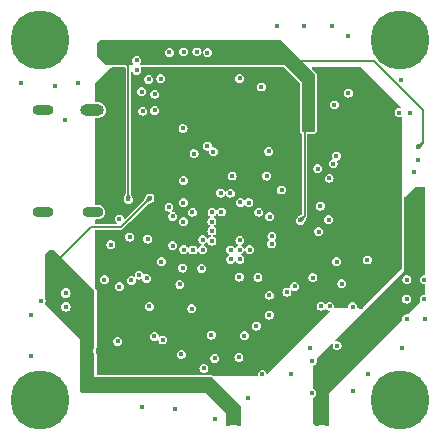
<source format=gbr>
%TF.GenerationSoftware,KiCad,Pcbnew,7.0.9*%
%TF.CreationDate,2023-12-01T13:28:00+08:00*%
%TF.ProjectId,NewSkyF7-Air,4e657753-6b79-4463-972d-4169722e6b69,rev?*%
%TF.SameCoordinates,Original*%
%TF.FileFunction,Copper,L3,Inr*%
%TF.FilePolarity,Positive*%
%FSLAX46Y46*%
G04 Gerber Fmt 4.6, Leading zero omitted, Abs format (unit mm)*
G04 Created by KiCad (PCBNEW 7.0.9) date 2023-12-01 13:28:00*
%MOMM*%
%LPD*%
G01*
G04 APERTURE LIST*
%TA.AperFunction,ComponentPad*%
%ADD10O,2.000000X1.000000*%
%TD*%
%TA.AperFunction,ComponentPad*%
%ADD11O,1.800000X0.900000*%
%TD*%
%TA.AperFunction,ComponentPad*%
%ADD12C,5.000000*%
%TD*%
%TA.AperFunction,ViaPad*%
%ADD13C,0.450000*%
%TD*%
%TA.AperFunction,Conductor*%
%ADD14C,0.156500*%
%TD*%
G04 APERTURE END LIST*
D10*
%TO.N,GND*%
%TO.C,U4*%
X107990000Y-71803250D03*
D11*
X108020000Y-80458250D03*
X103810000Y-71803250D03*
X103810000Y-80453250D03*
%TD*%
D12*
%TO.N,*%
%TO.C,J35*%
X103550000Y-65860000D03*
X103550000Y-96360000D03*
X134050000Y-65860000D03*
X134050000Y-96360000D03*
%TD*%
D13*
%TO.N,VCC*%
X108580000Y-66950000D03*
X126590000Y-73420000D03*
X125960000Y-72770000D03*
X109910000Y-66950000D03*
X125950000Y-73420000D03*
X109230000Y-66350000D03*
X108565000Y-66350000D03*
X109895000Y-66350000D03*
X126580000Y-72780000D03*
X125580000Y-81160000D03*
X111020000Y-79370000D03*
X109245000Y-66950000D03*
X135590000Y-74920000D03*
%TO.N,GND*%
X111730000Y-68460000D03*
X128700000Y-91760000D03*
X129650000Y-70380000D03*
X128370000Y-76360000D03*
X109000000Y-86160000D03*
X118060000Y-90860000D03*
X117240000Y-85210000D03*
X127280000Y-79940000D03*
X120430000Y-85950000D03*
X122000000Y-85970000D03*
X131270000Y-84500000D03*
X128480000Y-71370000D03*
X128650000Y-75710000D03*
X112150000Y-70260000D03*
X105720000Y-87320000D03*
X121860000Y-90100000D03*
X110120000Y-91400000D03*
X128070000Y-88420000D03*
X121150000Y-96180000D03*
X118110000Y-81250000D03*
X115520000Y-92500000D03*
X104800000Y-69740000D03*
X129100000Y-86510000D03*
X105690000Y-72620000D03*
X111730000Y-67600000D03*
X127990000Y-81100000D03*
X135560000Y-76000000D03*
X122280000Y-69860000D03*
X122910000Y-75300000D03*
X134210000Y-91930000D03*
X126410000Y-91970000D03*
X118100000Y-82910000D03*
X131330000Y-94120000D03*
X130010000Y-88460000D03*
X109550000Y-83200000D03*
X134130000Y-69230000D03*
X105720000Y-88457500D03*
X120460000Y-69140000D03*
X120840000Y-90920000D03*
X113260000Y-70470000D03*
X119820000Y-77390000D03*
X133950000Y-72040000D03*
X101940000Y-69530000D03*
X130050000Y-95560000D03*
X134860000Y-72090000D03*
X135210000Y-77030000D03*
X122960000Y-89170000D03*
X106770000Y-69540000D03*
X122960000Y-87490000D03*
X116400000Y-88630000D03*
X118100000Y-82050000D03*
X112230000Y-71910000D03*
X126660000Y-85990000D03*
X113250000Y-71830000D03*
%TO.N,+5V*%
X119490000Y-98380000D03*
X107970000Y-95440000D03*
X107970000Y-94660000D03*
X120380000Y-98370000D03*
X104780000Y-84920000D03*
X104420000Y-84510000D03*
X104740000Y-84060000D03*
X107090000Y-94640000D03*
X112860000Y-79260000D03*
X119490000Y-97580000D03*
X107070000Y-95450000D03*
X105070000Y-84500000D03*
X120380000Y-97590000D03*
X104770000Y-88457500D03*
%TO.N,+3V3*%
X110170000Y-89592500D03*
X130670000Y-68700000D03*
X102790000Y-92650000D03*
X109170000Y-92150000D03*
X132010000Y-84510000D03*
X130760000Y-88460000D03*
X126070000Y-88330000D03*
X108810000Y-91750000D03*
X118060000Y-85210000D03*
X103600000Y-87950000D03*
X121060000Y-88480000D03*
X124130000Y-72600000D03*
X128790000Y-88430000D03*
X119700000Y-82830000D03*
X125075000Y-76265000D03*
X109910000Y-87902500D03*
X119630000Y-80480000D03*
X121220000Y-85970000D03*
X136100000Y-87820000D03*
X124135000Y-73150000D03*
X116430000Y-85200000D03*
X119690000Y-82040000D03*
X136110000Y-89510000D03*
X109560000Y-82220000D03*
X109660000Y-83890000D03*
X113130000Y-89790000D03*
X136100000Y-86160000D03*
X133550000Y-84860000D03*
X119670000Y-81250000D03*
X110270000Y-84510000D03*
X108840000Y-92590000D03*
X122800000Y-85940000D03*
X108480000Y-92180000D03*
%TO.N,+12V*%
X135950000Y-80436668D03*
X135950000Y-79820000D03*
X135950000Y-78586668D03*
X126960000Y-98390000D03*
X127830000Y-98370000D03*
X126950000Y-97570000D03*
X127820000Y-97590000D03*
X135950000Y-79203334D03*
%TO.N,Net-(U2C-VCAP_1)*%
X118900000Y-80440000D03*
%TO.N,Net-(U2C-VCAP_2)*%
X118120000Y-80460000D03*
%TO.N,/Devices/Plugs/OSD-IN*%
X118330000Y-92840000D03*
X118370000Y-97990000D03*
%TO.N,Net-(D4-K)*%
X134600000Y-89490000D03*
%TO.N,Net-(D5-K)*%
X134620000Y-86160000D03*
%TO.N,Net-(D6-K)*%
X134600000Y-87820000D03*
%TO.N,/Devices/IMU.icm42688_CS*%
X114470000Y-80040000D03*
X111140000Y-82570000D03*
%TO.N,/Devices/IMU.icm42688_CLK*%
X112660000Y-82740000D03*
X114770000Y-80820000D03*
%TO.N,/Devices/USART.RX1*%
X112190000Y-96930000D03*
X111290000Y-86240000D03*
%TO.N,/Devices/USART.TX1*%
X114960000Y-97110000D03*
X111940000Y-85790000D03*
%TO.N,/Devices/Plugs/OSD-OUT*%
X126620000Y-93060000D03*
X126560000Y-95780000D03*
%TO.N,ADC_CUL*%
X112750000Y-69210000D03*
X119680000Y-83650000D03*
%TO.N,/Devices/USART.RX5*%
X116460000Y-80460000D03*
X116590000Y-75510000D03*
%TO.N,/Devices/USART.TX4*%
X117430000Y-93690000D03*
X119690000Y-84460000D03*
%TO.N,/Devices/USART.RX4*%
X120390000Y-92760000D03*
X120480000Y-84450000D03*
%TO.N,VCC_Voltage*%
X120470000Y-82850000D03*
%TO.N,/Devices/BOOT0*%
X102800000Y-89200000D03*
X117330000Y-82780000D03*
%TO.N,Net-(U5-~{RESET})*%
X127350000Y-88420000D03*
%TO.N,/Devices/PB10*%
X122070000Y-80460000D03*
%TO.N,/Devices/PB11*%
X122980000Y-80840000D03*
%TO.N,/Devices/PD14*%
X121240000Y-79660000D03*
%TO.N,/Devices/PB0*%
X123190000Y-82500000D03*
%TO.N,/Devices/PB1*%
X123170000Y-83150000D03*
%TO.N,/Devices/OSD.OSD_CLK*%
X121300000Y-83630000D03*
X127140000Y-82110000D03*
%TO.N,/Devices/OSD.OSD_CS*%
X120460000Y-83650000D03*
X128660000Y-84640000D03*
%TO.N,/Devices/PC8*%
X119660000Y-78850000D03*
%TO.N,/Devices/PD15*%
X120510000Y-79630000D03*
%TO.N,/Devices/IMU.BMI270_CS*%
X116500000Y-83660000D03*
X115390000Y-86570000D03*
%TO.N,/Devices/IMU.BMI270_EXIT*%
X110260000Y-86770000D03*
X115630000Y-85190000D03*
%TO.N,/Devices/IMU.BMI270_MISO*%
X112580000Y-86060000D03*
X117320000Y-83640000D03*
%TO.N,/Devices/USART.TX2*%
X122360000Y-94200000D03*
X124450000Y-87220000D03*
%TO.N,/Devices/IMU.BMI270_CLK*%
X113820000Y-84650000D03*
X112810000Y-88430000D03*
%TO.N,/Devices/USART.RX3*%
X115690000Y-79650000D03*
X113780000Y-69150000D03*
%TO.N,/Devices/USART.RX2*%
X125110000Y-86730000D03*
X124840000Y-94190000D03*
%TO.N,/Devices/USART.TX3*%
X115660000Y-73370000D03*
X115683718Y-77760000D03*
%TO.N,/Devices/SPI2.Flash_MOSI*%
X122740000Y-77400000D03*
X127070000Y-76780000D03*
%TO.N,/Devices/SPI2.Flash_MISO*%
X128030000Y-77580000D03*
X124000000Y-78580000D03*
%TO.N,/Devices/IMU.icm42688_EXIT*%
X115690000Y-81250000D03*
X110270000Y-81030000D03*
%TO.N,/Devices/PA10*%
X117710000Y-74860000D03*
%TO.N,/Devices/PC9*%
X118840000Y-78840000D03*
%TO.N,/Devices/PA8*%
X118220000Y-75350000D03*
%TO.N,/Devices/PWM_Control5*%
X123590000Y-64700000D03*
%TO.N,/Devices/PWM_Control6*%
X125880000Y-64680000D03*
%TO.N,/Devices/PWM_Control7*%
X128230000Y-64700000D03*
%TO.N,/Devices/PWM_Control8*%
X129600000Y-65560000D03*
%TO.N,/Devices/PWM_Control4*%
X117730000Y-66940000D03*
%TO.N,/Devices/PWM_Control3*%
X116840000Y-66880000D03*
%TO.N,/Devices/PWM_Control2*%
X115700000Y-66880000D03*
%TO.N,/Devices/PWM_Control1*%
X114510000Y-66920000D03*
%TO.N,I2C1.SDA*%
X113230000Y-90980000D03*
X114780000Y-83282750D03*
%TO.N,I2C1.SCL*%
X115720000Y-83620000D03*
X113950000Y-91280000D03*
%TD*%
D14*
%TO.N,VCC*%
X125450000Y-67670000D02*
X125390000Y-67730000D01*
X111020000Y-79370000D02*
X111020000Y-68060000D01*
X135590000Y-74920000D02*
X135940000Y-74570000D01*
X125950000Y-80790000D02*
X125950000Y-73420000D01*
X125580000Y-81160000D02*
X125950000Y-80790000D01*
X131790000Y-67670000D02*
X125450000Y-67670000D01*
X135940000Y-71820000D02*
X131790000Y-67670000D01*
X135940000Y-74570000D02*
X135940000Y-71820000D01*
X111020000Y-68060000D02*
X109910000Y-66950000D01*
%TO.N,+5V*%
X104770000Y-88457500D02*
X104770000Y-84930000D01*
X110420000Y-81700000D02*
X107870000Y-81700000D01*
X107870000Y-81700000D02*
X105070000Y-84500000D01*
X104770000Y-84930000D02*
X104780000Y-84920000D01*
X112860000Y-79260000D02*
X110420000Y-81700000D01*
%TD*%
%TA.AperFunction,Conductor*%
%TO.N,+5V*%
G36*
X112662378Y-79178092D02*
G01*
X112856169Y-79257435D01*
X112862527Y-79263741D01*
X112862564Y-79263830D01*
X112941906Y-79457620D01*
X112941869Y-79466575D01*
X112936095Y-79472623D01*
X112604588Y-79629990D01*
X112595645Y-79630442D01*
X112591298Y-79627693D01*
X112492306Y-79528701D01*
X112488879Y-79520428D01*
X112490008Y-79515414D01*
X112647376Y-79183903D01*
X112654020Y-79177899D01*
X112662378Y-79178092D01*
G37*
%TD.AperFunction*%
%TD*%
%TA.AperFunction,Conductor*%
%TO.N,VCC*%
G36*
X135858701Y-74552306D02*
G01*
X135957693Y-74651298D01*
X135961120Y-74659571D01*
X135959990Y-74664588D01*
X135802623Y-74996095D01*
X135795979Y-75002100D01*
X135787620Y-75001906D01*
X135593830Y-74922564D01*
X135587472Y-74916258D01*
X135587435Y-74916169D01*
X135508093Y-74722379D01*
X135508130Y-74713424D01*
X135513904Y-74707376D01*
X135604041Y-74664588D01*
X135845413Y-74550008D01*
X135854354Y-74549557D01*
X135858701Y-74552306D01*
G37*
%TD.AperFunction*%
%TD*%
%TA.AperFunction,Conductor*%
%TO.N,VCC*%
G36*
X125848701Y-80792306D02*
G01*
X125947693Y-80891298D01*
X125951120Y-80899571D01*
X125949990Y-80904588D01*
X125792623Y-81236095D01*
X125785979Y-81242100D01*
X125777620Y-81241906D01*
X125583830Y-81162564D01*
X125577472Y-81156258D01*
X125577435Y-81156169D01*
X125498093Y-80962379D01*
X125498130Y-80953424D01*
X125503904Y-80947376D01*
X125594041Y-80904588D01*
X125835413Y-80790008D01*
X125844354Y-80789557D01*
X125848701Y-80792306D01*
G37*
%TD.AperFunction*%
%TD*%
%TA.AperFunction,Conductor*%
%TO.N,VCC*%
G36*
X123876914Y-65857313D02*
G01*
X123881674Y-65861674D01*
X126818326Y-68798326D01*
X126839718Y-68844202D01*
X126840000Y-68850652D01*
X126840000Y-73549348D01*
X126822687Y-73596914D01*
X126818326Y-73601674D01*
X126781674Y-73638326D01*
X126735798Y-73659718D01*
X126729348Y-73660000D01*
X125810652Y-73660000D01*
X125763086Y-73642687D01*
X125758326Y-73638326D01*
X125711674Y-73591674D01*
X125690282Y-73545798D01*
X125690000Y-73539348D01*
X125690000Y-69410000D01*
X124250000Y-67970000D01*
X112069690Y-67970000D01*
X112022124Y-67952687D01*
X111996814Y-67908850D01*
X112005604Y-67859000D01*
X112017364Y-67843674D01*
X112037573Y-67823465D01*
X112091574Y-67717482D01*
X112110181Y-67600000D01*
X112091574Y-67482518D01*
X112037573Y-67376535D01*
X111953465Y-67292427D01*
X111890177Y-67260180D01*
X111847483Y-67238426D01*
X111730000Y-67219819D01*
X111612517Y-67238426D01*
X111612516Y-67238426D01*
X111506533Y-67292428D01*
X111422428Y-67376533D01*
X111368426Y-67482516D01*
X111368426Y-67482517D01*
X111349819Y-67600000D01*
X111368426Y-67717482D01*
X111368426Y-67717483D01*
X111422428Y-67823466D01*
X111442636Y-67843674D01*
X111464028Y-67889550D01*
X111450927Y-67938445D01*
X111409463Y-67967479D01*
X111390310Y-67970000D01*
X109130652Y-67970000D01*
X109083086Y-67952687D01*
X109078326Y-67948326D01*
X108371674Y-67241674D01*
X108350282Y-67195798D01*
X108350000Y-67189348D01*
X108350000Y-66920000D01*
X114129819Y-66920000D01*
X114148426Y-67037482D01*
X114148426Y-67037483D01*
X114158617Y-67057483D01*
X114202427Y-67143465D01*
X114286535Y-67227573D01*
X114392518Y-67281574D01*
X114510000Y-67300181D01*
X114627482Y-67281574D01*
X114733465Y-67227573D01*
X114817573Y-67143465D01*
X114871574Y-67037482D01*
X114890181Y-66920000D01*
X114883846Y-66880000D01*
X115319819Y-66880000D01*
X115338426Y-66997482D01*
X115338426Y-66997483D01*
X115365941Y-67051484D01*
X115392427Y-67103465D01*
X115476535Y-67187573D01*
X115582518Y-67241574D01*
X115700000Y-67260181D01*
X115817482Y-67241574D01*
X115923465Y-67187573D01*
X116007573Y-67103465D01*
X116061574Y-66997482D01*
X116080181Y-66880000D01*
X116459819Y-66880000D01*
X116478426Y-66997482D01*
X116478426Y-66997483D01*
X116505941Y-67051484D01*
X116532427Y-67103465D01*
X116616535Y-67187573D01*
X116722518Y-67241574D01*
X116840000Y-67260181D01*
X116957482Y-67241574D01*
X117063465Y-67187573D01*
X117147573Y-67103465D01*
X117201574Y-66997482D01*
X117207159Y-66962214D01*
X117231699Y-66917943D01*
X117248120Y-66911639D01*
X117313335Y-66911639D01*
X117326817Y-66916281D01*
X117352888Y-66959670D01*
X117353337Y-66962215D01*
X117368426Y-67057482D01*
X117368426Y-67057483D01*
X117391855Y-67103465D01*
X117422427Y-67163465D01*
X117506535Y-67247573D01*
X117612518Y-67301574D01*
X117730000Y-67320181D01*
X117847482Y-67301574D01*
X117953465Y-67247573D01*
X118037573Y-67163465D01*
X118091574Y-67057482D01*
X118110181Y-66940000D01*
X118091574Y-66822518D01*
X118037573Y-66716535D01*
X117953465Y-66632427D01*
X117901484Y-66605941D01*
X117847483Y-66578426D01*
X117730000Y-66559819D01*
X117612517Y-66578426D01*
X117612516Y-66578426D01*
X117506533Y-66632428D01*
X117422428Y-66716533D01*
X117368426Y-66822516D01*
X117362840Y-66857785D01*
X117338299Y-66902057D01*
X117313335Y-66911639D01*
X117248120Y-66911639D01*
X117256664Y-66908359D01*
X117243181Y-66903716D01*
X117217110Y-66860327D01*
X117216665Y-66857806D01*
X117201574Y-66762518D01*
X117147573Y-66656535D01*
X117063465Y-66572427D01*
X116999468Y-66539819D01*
X116957483Y-66518426D01*
X116840000Y-66499819D01*
X116722517Y-66518426D01*
X116722516Y-66518426D01*
X116616533Y-66572428D01*
X116532428Y-66656533D01*
X116478426Y-66762516D01*
X116478426Y-66762517D01*
X116459819Y-66880000D01*
X116080181Y-66880000D01*
X116061574Y-66762518D01*
X116007573Y-66656535D01*
X115923465Y-66572427D01*
X115859468Y-66539819D01*
X115817483Y-66518426D01*
X115700000Y-66499819D01*
X115582517Y-66518426D01*
X115582516Y-66518426D01*
X115476533Y-66572428D01*
X115392428Y-66656533D01*
X115338426Y-66762516D01*
X115338426Y-66762517D01*
X115319819Y-66880000D01*
X114883846Y-66880000D01*
X114871574Y-66802518D01*
X114817573Y-66696535D01*
X114733465Y-66612427D01*
X114681484Y-66585941D01*
X114627483Y-66558426D01*
X114510000Y-66539819D01*
X114392517Y-66558426D01*
X114392516Y-66558426D01*
X114286533Y-66612428D01*
X114202428Y-66696533D01*
X114148426Y-66802516D01*
X114148426Y-66802517D01*
X114129819Y-66920000D01*
X108350000Y-66920000D01*
X108350000Y-66210652D01*
X108367313Y-66163086D01*
X108371674Y-66158326D01*
X108668326Y-65861674D01*
X108714202Y-65840282D01*
X108720652Y-65840000D01*
X123829348Y-65840000D01*
X123876914Y-65857313D01*
G37*
%TD.AperFunction*%
%TD*%
%TA.AperFunction,Conductor*%
%TO.N,VCC*%
G36*
X111098270Y-78923427D02*
G01*
X111101019Y-78927774D01*
X111224155Y-79273460D01*
X111223703Y-79282403D01*
X111217655Y-79288177D01*
X111024522Y-79369105D01*
X111015567Y-79369142D01*
X111015478Y-79369105D01*
X110822344Y-79288177D01*
X110816038Y-79281819D01*
X110815844Y-79273460D01*
X110938981Y-78927774D01*
X110944986Y-78921130D01*
X110950003Y-78920000D01*
X111089997Y-78920000D01*
X111098270Y-78923427D01*
G37*
%TD.AperFunction*%
%TD*%
%TA.AperFunction,Conductor*%
%TO.N,+5V*%
G36*
X104727183Y-83648907D02*
G01*
X104738996Y-83658996D01*
X108101004Y-87021004D01*
X108128781Y-87075521D01*
X108130000Y-87091008D01*
X108130000Y-91905899D01*
X108119210Y-91950843D01*
X108070282Y-92046869D01*
X108070281Y-92046874D01*
X108049196Y-92180000D01*
X108070281Y-92313126D01*
X108119210Y-92409154D01*
X108130000Y-92454099D01*
X108130000Y-95600000D01*
X106954222Y-95600000D01*
X106941219Y-95574479D01*
X106940000Y-95558992D01*
X106940000Y-91190000D01*
X104207500Y-88457500D01*
X105289196Y-88457500D01*
X105310281Y-88590627D01*
X105310282Y-88590629D01*
X105371470Y-88710717D01*
X105371472Y-88710720D01*
X105466780Y-88806028D01*
X105586874Y-88867219D01*
X105720000Y-88888304D01*
X105853126Y-88867219D01*
X105973220Y-88806028D01*
X106068528Y-88710720D01*
X106129719Y-88590626D01*
X106150804Y-88457500D01*
X106129719Y-88324374D01*
X106068528Y-88204280D01*
X105973220Y-88108972D01*
X105973217Y-88108970D01*
X105853129Y-88047782D01*
X105853127Y-88047781D01*
X105720000Y-88026696D01*
X105586872Y-88047781D01*
X105586870Y-88047782D01*
X105466782Y-88108970D01*
X105371470Y-88204282D01*
X105310282Y-88324370D01*
X105310281Y-88324372D01*
X105289196Y-88457499D01*
X105289196Y-88457500D01*
X104207500Y-88457500D01*
X104038996Y-88288996D01*
X104011219Y-88234479D01*
X104010000Y-88218992D01*
X104010000Y-88089141D01*
X104011219Y-88073654D01*
X104030804Y-87950001D01*
X104030804Y-87949999D01*
X104011219Y-87826344D01*
X104010000Y-87810857D01*
X104010000Y-87320000D01*
X105289196Y-87320000D01*
X105310281Y-87453127D01*
X105310282Y-87453129D01*
X105371470Y-87573217D01*
X105371472Y-87573220D01*
X105466780Y-87668528D01*
X105586874Y-87729719D01*
X105720000Y-87750804D01*
X105853126Y-87729719D01*
X105973220Y-87668528D01*
X106068528Y-87573220D01*
X106129719Y-87453126D01*
X106150804Y-87320000D01*
X106129719Y-87186874D01*
X106068528Y-87066780D01*
X105973220Y-86971472D01*
X105973217Y-86971470D01*
X105853129Y-86910282D01*
X105853127Y-86910281D01*
X105720000Y-86889196D01*
X105586872Y-86910281D01*
X105586870Y-86910282D01*
X105466782Y-86971470D01*
X105371470Y-87066782D01*
X105310282Y-87186870D01*
X105310281Y-87186872D01*
X105289196Y-87319999D01*
X105289196Y-87320000D01*
X104010000Y-87320000D01*
X104010000Y-83971008D01*
X104028907Y-83912817D01*
X104038996Y-83901004D01*
X104281004Y-83658996D01*
X104335521Y-83631219D01*
X104351008Y-83630000D01*
X104668992Y-83630000D01*
X104727183Y-83648907D01*
G37*
%TD.AperFunction*%
%TD*%
%TA.AperFunction,Conductor*%
%TO.N,+5V*%
G36*
X118086914Y-94437313D02*
G01*
X118091674Y-94441674D01*
X120578326Y-96928326D01*
X120599718Y-96974202D01*
X120600000Y-96980652D01*
X120600000Y-98289348D01*
X120582687Y-98336914D01*
X120578326Y-98341674D01*
X120481674Y-98438326D01*
X120435798Y-98459718D01*
X120429348Y-98460000D01*
X119394000Y-98460000D01*
X119346434Y-98442687D01*
X119321124Y-98398850D01*
X119320000Y-98386000D01*
X119320000Y-97510000D01*
X117590000Y-95780000D01*
X107150652Y-95780000D01*
X107103086Y-95762687D01*
X107098326Y-95758326D01*
X106961674Y-95621674D01*
X106940282Y-95575798D01*
X106940000Y-95569348D01*
X106940000Y-94420000D01*
X108130000Y-94420000D01*
X118039348Y-94420000D01*
X118086914Y-94437313D01*
G37*
%TD.AperFunction*%
%TD*%
%TA.AperFunction,Conductor*%
%TO.N,+12V*%
G36*
X136153566Y-78307313D02*
G01*
X136178876Y-78351150D01*
X136180000Y-78364000D01*
X136180000Y-85705847D01*
X136162687Y-85753413D01*
X136118850Y-85778723D01*
X136105823Y-85778837D01*
X136105823Y-85779819D01*
X136100000Y-85779819D01*
X135982517Y-85798426D01*
X135982516Y-85798426D01*
X135876533Y-85852428D01*
X135792428Y-85936533D01*
X135738426Y-86042516D01*
X135738426Y-86042517D01*
X135719819Y-86160000D01*
X135738426Y-86277482D01*
X135738426Y-86277483D01*
X135748663Y-86297573D01*
X135792427Y-86383465D01*
X135876535Y-86467573D01*
X135982518Y-86521574D01*
X136100000Y-86540181D01*
X136105824Y-86540181D01*
X136105824Y-86543289D01*
X136144069Y-86550696D01*
X136175952Y-86590013D01*
X136180000Y-86614153D01*
X136180000Y-87365847D01*
X136162687Y-87413413D01*
X136118850Y-87438723D01*
X136105823Y-87438837D01*
X136105823Y-87439819D01*
X136100000Y-87439819D01*
X135982517Y-87458426D01*
X135982516Y-87458426D01*
X135876533Y-87512428D01*
X135792428Y-87596533D01*
X135738426Y-87702516D01*
X135738426Y-87702517D01*
X135719819Y-87820000D01*
X135738426Y-87937482D01*
X135738426Y-87937484D01*
X135759278Y-87978409D01*
X135765446Y-88028650D01*
X135745669Y-88064329D01*
X134713144Y-89096854D01*
X134667268Y-89118246D01*
X134649243Y-89117617D01*
X134600002Y-89109819D01*
X134600000Y-89109819D01*
X134482517Y-89128426D01*
X134482516Y-89128426D01*
X134376533Y-89182428D01*
X134292428Y-89266533D01*
X134238426Y-89372516D01*
X134238426Y-89372517D01*
X134219819Y-89490000D01*
X134219819Y-89490001D01*
X134227617Y-89539243D01*
X134217958Y-89588932D01*
X134206854Y-89603144D01*
X127980000Y-95829999D01*
X127980000Y-98426000D01*
X127962687Y-98473566D01*
X127918850Y-98498876D01*
X127906000Y-98500000D01*
X126850652Y-98500000D01*
X126803086Y-98482687D01*
X126798326Y-98478326D01*
X126711674Y-98391674D01*
X126690282Y-98345798D01*
X126690000Y-98339348D01*
X126690000Y-96180542D01*
X126707313Y-96132976D01*
X126730402Y-96114609D01*
X126783465Y-96087573D01*
X126867573Y-96003465D01*
X126921574Y-95897482D01*
X126940181Y-95780000D01*
X126921574Y-95662518D01*
X126867573Y-95556535D01*
X126783465Y-95472427D01*
X126783463Y-95472425D01*
X126730405Y-95445391D01*
X126695883Y-95408371D01*
X126690000Y-95379457D01*
X126690000Y-93490766D01*
X126707313Y-93443200D01*
X126733102Y-93425808D01*
X126732292Y-93424219D01*
X126762837Y-93408654D01*
X126843465Y-93367573D01*
X126927573Y-93283465D01*
X126981574Y-93177482D01*
X127000181Y-93060000D01*
X126981574Y-92942518D01*
X126970846Y-92921464D01*
X126964676Y-92871226D01*
X126984451Y-92835548D01*
X128207674Y-91612325D01*
X128253547Y-91590935D01*
X128302442Y-91604036D01*
X128331476Y-91645500D01*
X128333086Y-91676228D01*
X128319819Y-91759998D01*
X128319819Y-91759999D01*
X128338426Y-91877482D01*
X128338426Y-91877483D01*
X128365185Y-91930000D01*
X128392427Y-91983465D01*
X128476535Y-92067573D01*
X128582518Y-92121574D01*
X128700000Y-92140181D01*
X128817482Y-92121574D01*
X128923465Y-92067573D01*
X129007573Y-91983465D01*
X129061574Y-91877482D01*
X129080181Y-91760000D01*
X129061574Y-91642518D01*
X129007573Y-91536535D01*
X128923465Y-91452427D01*
X128871484Y-91425941D01*
X128817483Y-91398426D01*
X128700000Y-91379819D01*
X128699999Y-91379819D01*
X128616228Y-91393086D01*
X128566539Y-91383427D01*
X128534684Y-91344088D01*
X128535568Y-91293477D01*
X128552323Y-91267676D01*
X132000000Y-87820000D01*
X134219819Y-87820000D01*
X134238426Y-87937482D01*
X134238426Y-87937483D01*
X134238427Y-87937484D01*
X134292427Y-88043465D01*
X134376535Y-88127573D01*
X134482518Y-88181574D01*
X134600000Y-88200181D01*
X134717482Y-88181574D01*
X134823465Y-88127573D01*
X134907573Y-88043465D01*
X134961574Y-87937482D01*
X134980181Y-87820000D01*
X134961574Y-87702518D01*
X134907573Y-87596535D01*
X134823465Y-87512427D01*
X134771484Y-87485941D01*
X134717483Y-87458426D01*
X134600000Y-87439819D01*
X134482517Y-87458426D01*
X134482516Y-87458426D01*
X134376533Y-87512428D01*
X134292428Y-87596533D01*
X134238426Y-87702516D01*
X134238426Y-87702517D01*
X134219819Y-87820000D01*
X132000000Y-87820000D01*
X133660000Y-86160000D01*
X134239819Y-86160000D01*
X134258426Y-86277482D01*
X134258426Y-86277483D01*
X134268663Y-86297573D01*
X134312427Y-86383465D01*
X134396535Y-86467573D01*
X134502518Y-86521574D01*
X134620000Y-86540181D01*
X134737482Y-86521574D01*
X134843465Y-86467573D01*
X134927573Y-86383465D01*
X134981574Y-86277482D01*
X135000181Y-86160000D01*
X134981574Y-86042518D01*
X134927573Y-85936535D01*
X134843465Y-85852427D01*
X134791484Y-85825941D01*
X134737483Y-85798426D01*
X134620000Y-85779819D01*
X134502517Y-85798426D01*
X134502516Y-85798426D01*
X134396533Y-85852428D01*
X134312428Y-85936533D01*
X134258426Y-86042516D01*
X134258426Y-86042517D01*
X134239819Y-86160000D01*
X133660000Y-86160000D01*
X134390000Y-85430000D01*
X134390000Y-79260652D01*
X134407313Y-79213086D01*
X134411674Y-79208326D01*
X135308326Y-78311674D01*
X135354202Y-78290282D01*
X135360652Y-78290000D01*
X136106000Y-78290000D01*
X136153566Y-78307313D01*
G37*
%TD.AperFunction*%
%TD*%
%TA.AperFunction,Conductor*%
%TO.N,+3V3*%
G36*
X110764816Y-68217313D02*
G01*
X110790126Y-68261150D01*
X110791250Y-68274000D01*
X110791250Y-78866310D01*
X110786959Y-78891141D01*
X110669362Y-79221271D01*
X110669358Y-79221286D01*
X110668906Y-79224100D01*
X110661785Y-79245923D01*
X110658426Y-79252516D01*
X110639819Y-79370000D01*
X110658426Y-79487482D01*
X110658426Y-79487483D01*
X110671181Y-79512516D01*
X110712427Y-79593465D01*
X110796535Y-79677573D01*
X110902518Y-79731574D01*
X111020000Y-79750181D01*
X111137482Y-79731574D01*
X111243465Y-79677573D01*
X111327573Y-79593465D01*
X111381574Y-79487482D01*
X111400181Y-79370000D01*
X111381574Y-79252518D01*
X111378172Y-79245841D01*
X111370891Y-79222999D01*
X111370639Y-79221281D01*
X111274871Y-78952427D01*
X111253040Y-78891138D01*
X111248750Y-78866307D01*
X111248750Y-78840000D01*
X118459819Y-78840000D01*
X118478426Y-78957482D01*
X118478426Y-78957483D01*
X118495064Y-78990136D01*
X118532427Y-79063465D01*
X118616535Y-79147573D01*
X118722518Y-79201574D01*
X118840000Y-79220181D01*
X118957482Y-79201574D01*
X119063465Y-79147573D01*
X119147573Y-79063465D01*
X119181518Y-78996843D01*
X119218538Y-78962322D01*
X119269087Y-78959672D01*
X119309514Y-78990136D01*
X119313386Y-78996843D01*
X119352427Y-79073465D01*
X119436535Y-79157573D01*
X119542518Y-79211574D01*
X119660000Y-79230181D01*
X119777482Y-79211574D01*
X119883465Y-79157573D01*
X119967573Y-79073465D01*
X120021574Y-78967482D01*
X120040181Y-78850000D01*
X120021574Y-78732518D01*
X119967573Y-78626535D01*
X119921038Y-78580000D01*
X123619819Y-78580000D01*
X123638426Y-78697482D01*
X123638426Y-78697483D01*
X123655161Y-78730326D01*
X123692427Y-78803465D01*
X123776535Y-78887573D01*
X123882518Y-78941574D01*
X124000000Y-78960181D01*
X124117482Y-78941574D01*
X124223465Y-78887573D01*
X124307573Y-78803465D01*
X124361574Y-78697482D01*
X124380181Y-78580000D01*
X124361574Y-78462518D01*
X124307573Y-78356535D01*
X124223465Y-78272427D01*
X124139336Y-78229561D01*
X124117483Y-78218426D01*
X124000000Y-78199819D01*
X123882517Y-78218426D01*
X123882516Y-78218426D01*
X123776533Y-78272428D01*
X123692428Y-78356533D01*
X123638426Y-78462516D01*
X123638426Y-78462517D01*
X123619819Y-78580000D01*
X119921038Y-78580000D01*
X119883465Y-78542427D01*
X119831484Y-78515941D01*
X119777483Y-78488426D01*
X119660000Y-78469819D01*
X119542517Y-78488426D01*
X119542516Y-78488426D01*
X119436533Y-78542428D01*
X119352427Y-78626534D01*
X119318481Y-78693156D01*
X119281460Y-78727678D01*
X119230910Y-78730326D01*
X119190485Y-78699862D01*
X119186613Y-78693155D01*
X119147573Y-78616535D01*
X119063466Y-78532428D01*
X119063465Y-78532427D01*
X119011484Y-78505941D01*
X118957483Y-78478426D01*
X118840000Y-78459819D01*
X118722517Y-78478426D01*
X118722516Y-78478426D01*
X118616533Y-78532428D01*
X118532428Y-78616533D01*
X118478426Y-78722516D01*
X118478426Y-78722517D01*
X118459819Y-78840000D01*
X111248750Y-78840000D01*
X111248750Y-77760000D01*
X115303537Y-77760000D01*
X115322144Y-77877482D01*
X115322144Y-77877483D01*
X115349659Y-77931484D01*
X115376145Y-77983465D01*
X115460253Y-78067573D01*
X115566236Y-78121574D01*
X115683718Y-78140181D01*
X115801200Y-78121574D01*
X115907183Y-78067573D01*
X115991291Y-77983465D01*
X116045292Y-77877482D01*
X116063899Y-77760000D01*
X116045292Y-77642518D01*
X115991291Y-77536535D01*
X115907183Y-77452427D01*
X115855202Y-77425941D01*
X115801201Y-77398426D01*
X115748000Y-77390000D01*
X119439819Y-77390000D01*
X119458426Y-77507482D01*
X119458426Y-77507483D01*
X119473228Y-77536533D01*
X119512427Y-77613465D01*
X119596535Y-77697573D01*
X119702518Y-77751574D01*
X119820000Y-77770181D01*
X119937482Y-77751574D01*
X120043465Y-77697573D01*
X120127573Y-77613465D01*
X120181574Y-77507482D01*
X120198597Y-77400000D01*
X122359819Y-77400000D01*
X122378426Y-77517482D01*
X122378426Y-77517483D01*
X122388133Y-77536533D01*
X122432427Y-77623465D01*
X122516535Y-77707573D01*
X122622518Y-77761574D01*
X122740000Y-77780181D01*
X122857482Y-77761574D01*
X122963465Y-77707573D01*
X123047573Y-77623465D01*
X123101574Y-77517482D01*
X123120181Y-77400000D01*
X123101574Y-77282518D01*
X123047573Y-77176535D01*
X122963465Y-77092427D01*
X122911484Y-77065941D01*
X122857483Y-77038426D01*
X122740000Y-77019819D01*
X122622517Y-77038426D01*
X122622516Y-77038426D01*
X122516533Y-77092428D01*
X122432428Y-77176533D01*
X122378426Y-77282516D01*
X122378426Y-77282517D01*
X122359819Y-77400000D01*
X120198597Y-77400000D01*
X120200181Y-77390000D01*
X120181574Y-77272518D01*
X120127573Y-77166535D01*
X120043465Y-77082427D01*
X119991484Y-77055941D01*
X119937483Y-77028426D01*
X119820000Y-77009819D01*
X119702517Y-77028426D01*
X119702516Y-77028426D01*
X119596533Y-77082428D01*
X119512428Y-77166533D01*
X119458426Y-77272516D01*
X119458426Y-77272517D01*
X119439819Y-77390000D01*
X115748000Y-77390000D01*
X115683718Y-77379819D01*
X115566235Y-77398426D01*
X115566234Y-77398426D01*
X115460251Y-77452428D01*
X115376146Y-77536533D01*
X115322144Y-77642516D01*
X115322144Y-77642517D01*
X115303537Y-77760000D01*
X111248750Y-77760000D01*
X111248750Y-75510000D01*
X116209819Y-75510000D01*
X116228426Y-75627482D01*
X116228426Y-75627483D01*
X116243757Y-75657571D01*
X116282427Y-75733465D01*
X116366535Y-75817573D01*
X116472518Y-75871574D01*
X116590000Y-75890181D01*
X116707482Y-75871574D01*
X116813465Y-75817573D01*
X116897573Y-75733465D01*
X116951574Y-75627482D01*
X116970181Y-75510000D01*
X116951574Y-75392518D01*
X116897573Y-75286535D01*
X116813465Y-75202427D01*
X116745060Y-75167573D01*
X116707483Y-75148426D01*
X116590000Y-75129819D01*
X116472517Y-75148426D01*
X116472516Y-75148426D01*
X116366533Y-75202428D01*
X116282428Y-75286533D01*
X116228426Y-75392516D01*
X116228426Y-75392517D01*
X116209819Y-75510000D01*
X111248750Y-75510000D01*
X111248750Y-74860000D01*
X117329819Y-74860000D01*
X117348426Y-74977482D01*
X117348426Y-74977483D01*
X117375941Y-75031484D01*
X117402427Y-75083465D01*
X117486535Y-75167573D01*
X117592518Y-75221574D01*
X117710000Y-75240181D01*
X117760402Y-75232198D01*
X117810091Y-75241857D01*
X117841946Y-75281195D01*
X117845067Y-75316862D01*
X117839819Y-75350000D01*
X117848123Y-75402428D01*
X117858426Y-75467482D01*
X117858426Y-75467483D01*
X117868133Y-75486533D01*
X117912427Y-75573465D01*
X117996535Y-75657573D01*
X118102518Y-75711574D01*
X118220000Y-75730181D01*
X118337482Y-75711574D01*
X118443465Y-75657573D01*
X118527573Y-75573465D01*
X118581574Y-75467482D01*
X118600181Y-75350000D01*
X118592262Y-75300000D01*
X122529819Y-75300000D01*
X122548426Y-75417482D01*
X122548426Y-75417483D01*
X122573902Y-75467482D01*
X122602427Y-75523465D01*
X122686535Y-75607573D01*
X122792518Y-75661574D01*
X122910000Y-75680181D01*
X123027482Y-75661574D01*
X123133465Y-75607573D01*
X123217573Y-75523465D01*
X123271574Y-75417482D01*
X123290181Y-75300000D01*
X123271574Y-75182518D01*
X123217573Y-75076535D01*
X123133465Y-74992427D01*
X123081484Y-74965941D01*
X123027483Y-74938426D01*
X122910000Y-74919819D01*
X122792517Y-74938426D01*
X122792516Y-74938426D01*
X122686533Y-74992428D01*
X122602428Y-75076533D01*
X122548426Y-75182516D01*
X122548426Y-75182517D01*
X122529819Y-75300000D01*
X118592262Y-75300000D01*
X118581574Y-75232518D01*
X118527573Y-75126535D01*
X118443465Y-75042427D01*
X118386806Y-75013558D01*
X118337483Y-74988426D01*
X118220000Y-74969819D01*
X118219998Y-74969819D01*
X118169596Y-74977801D01*
X118119907Y-74968142D01*
X118088052Y-74928803D01*
X118084932Y-74893138D01*
X118090181Y-74860000D01*
X118071574Y-74742518D01*
X118017573Y-74636535D01*
X117933465Y-74552427D01*
X117881484Y-74525941D01*
X117827483Y-74498426D01*
X117710000Y-74479819D01*
X117592517Y-74498426D01*
X117592516Y-74498426D01*
X117486533Y-74552428D01*
X117402428Y-74636533D01*
X117348426Y-74742516D01*
X117348426Y-74742517D01*
X117329819Y-74860000D01*
X111248750Y-74860000D01*
X111248750Y-73370000D01*
X115279819Y-73370000D01*
X115298426Y-73487482D01*
X115298426Y-73487483D01*
X115325941Y-73541484D01*
X115352427Y-73593465D01*
X115436535Y-73677573D01*
X115542518Y-73731574D01*
X115660000Y-73750181D01*
X115777482Y-73731574D01*
X115883465Y-73677573D01*
X115967573Y-73593465D01*
X116021574Y-73487482D01*
X116040181Y-73370000D01*
X116021574Y-73252518D01*
X115967573Y-73146535D01*
X115883465Y-73062427D01*
X115831484Y-73035941D01*
X115777483Y-73008426D01*
X115660000Y-72989819D01*
X115542517Y-73008426D01*
X115542516Y-73008426D01*
X115436533Y-73062428D01*
X115352428Y-73146533D01*
X115298426Y-73252516D01*
X115298426Y-73252517D01*
X115279819Y-73370000D01*
X111248750Y-73370000D01*
X111248750Y-71910000D01*
X111849819Y-71910000D01*
X111868426Y-72027482D01*
X111868426Y-72027483D01*
X111895941Y-72081484D01*
X111922427Y-72133465D01*
X112006535Y-72217573D01*
X112112518Y-72271574D01*
X112230000Y-72290181D01*
X112347482Y-72271574D01*
X112453465Y-72217573D01*
X112537573Y-72133465D01*
X112591574Y-72027482D01*
X112610181Y-71910000D01*
X112597510Y-71830000D01*
X112869819Y-71830000D01*
X112888426Y-71947482D01*
X112888426Y-71947483D01*
X112898459Y-71967173D01*
X112942427Y-72053465D01*
X113026535Y-72137573D01*
X113132518Y-72191574D01*
X113250000Y-72210181D01*
X113367482Y-72191574D01*
X113473465Y-72137573D01*
X113557573Y-72053465D01*
X113611574Y-71947482D01*
X113630181Y-71830000D01*
X113611574Y-71712518D01*
X113557573Y-71606535D01*
X113473465Y-71522427D01*
X113421484Y-71495941D01*
X113367483Y-71468426D01*
X113250000Y-71449819D01*
X113132517Y-71468426D01*
X113132516Y-71468426D01*
X113026533Y-71522428D01*
X112942428Y-71606533D01*
X112888426Y-71712516D01*
X112888426Y-71712517D01*
X112869819Y-71830000D01*
X112597510Y-71830000D01*
X112591574Y-71792518D01*
X112537573Y-71686535D01*
X112453465Y-71602427D01*
X112401484Y-71575941D01*
X112347483Y-71548426D01*
X112230000Y-71529819D01*
X112112517Y-71548426D01*
X112112516Y-71548426D01*
X112006533Y-71602428D01*
X111922428Y-71686533D01*
X111868426Y-71792516D01*
X111868426Y-71792517D01*
X111849819Y-71910000D01*
X111248750Y-71910000D01*
X111248750Y-70260000D01*
X111769819Y-70260000D01*
X111788426Y-70377482D01*
X111788426Y-70377483D01*
X111815941Y-70431484D01*
X111842427Y-70483465D01*
X111926535Y-70567573D01*
X112032518Y-70621574D01*
X112150000Y-70640181D01*
X112267482Y-70621574D01*
X112373465Y-70567573D01*
X112457573Y-70483465D01*
X112464434Y-70470000D01*
X112879819Y-70470000D01*
X112898426Y-70587482D01*
X112898426Y-70587483D01*
X112906570Y-70603466D01*
X112952427Y-70693465D01*
X113036535Y-70777573D01*
X113142518Y-70831574D01*
X113260000Y-70850181D01*
X113377482Y-70831574D01*
X113483465Y-70777573D01*
X113567573Y-70693465D01*
X113621574Y-70587482D01*
X113640181Y-70470000D01*
X113621574Y-70352518D01*
X113567573Y-70246535D01*
X113483465Y-70162427D01*
X113431484Y-70135941D01*
X113377483Y-70108426D01*
X113260000Y-70089819D01*
X113142517Y-70108426D01*
X113142516Y-70108426D01*
X113036533Y-70162428D01*
X112952428Y-70246533D01*
X112898426Y-70352516D01*
X112898426Y-70352517D01*
X112879819Y-70470000D01*
X112464434Y-70470000D01*
X112511574Y-70377482D01*
X112530181Y-70260000D01*
X112511574Y-70142518D01*
X112457573Y-70036535D01*
X112373465Y-69952427D01*
X112321484Y-69925941D01*
X112267483Y-69898426D01*
X112150000Y-69879819D01*
X112032517Y-69898426D01*
X112032516Y-69898426D01*
X111926533Y-69952428D01*
X111842428Y-70036533D01*
X111788426Y-70142516D01*
X111788426Y-70142517D01*
X111769819Y-70260000D01*
X111248750Y-70260000D01*
X111248750Y-69860000D01*
X121899819Y-69860000D01*
X121918426Y-69977482D01*
X121918426Y-69977483D01*
X121929807Y-69999819D01*
X121972427Y-70083465D01*
X122056535Y-70167573D01*
X122162518Y-70221574D01*
X122280000Y-70240181D01*
X122397482Y-70221574D01*
X122503465Y-70167573D01*
X122587573Y-70083465D01*
X122641574Y-69977482D01*
X122660181Y-69860000D01*
X122641574Y-69742518D01*
X122587573Y-69636535D01*
X122503465Y-69552427D01*
X122435060Y-69517573D01*
X122397483Y-69498426D01*
X122280000Y-69479819D01*
X122162517Y-69498426D01*
X122162516Y-69498426D01*
X122056533Y-69552428D01*
X121972428Y-69636533D01*
X121918426Y-69742516D01*
X121918426Y-69742517D01*
X121899819Y-69860000D01*
X111248750Y-69860000D01*
X111248750Y-69210000D01*
X112369819Y-69210000D01*
X112388426Y-69327482D01*
X112388426Y-69327483D01*
X112406760Y-69363465D01*
X112442427Y-69433465D01*
X112526535Y-69517573D01*
X112632518Y-69571574D01*
X112750000Y-69590181D01*
X112867482Y-69571574D01*
X112973465Y-69517573D01*
X113057573Y-69433465D01*
X113111574Y-69327482D01*
X113130181Y-69210000D01*
X113120678Y-69150000D01*
X113399819Y-69150000D01*
X113418426Y-69267482D01*
X113418426Y-69267483D01*
X113445532Y-69320680D01*
X113472427Y-69373465D01*
X113556535Y-69457573D01*
X113662518Y-69511574D01*
X113780000Y-69530181D01*
X113897482Y-69511574D01*
X114003465Y-69457573D01*
X114087573Y-69373465D01*
X114141574Y-69267482D01*
X114160181Y-69150000D01*
X114158597Y-69140000D01*
X120079819Y-69140000D01*
X120098426Y-69257482D01*
X120098426Y-69257483D01*
X120125941Y-69311484D01*
X120152427Y-69363465D01*
X120236535Y-69447573D01*
X120342518Y-69501574D01*
X120460000Y-69520181D01*
X120577482Y-69501574D01*
X120683465Y-69447573D01*
X120767573Y-69363465D01*
X120821574Y-69257482D01*
X120840181Y-69140000D01*
X120821574Y-69022518D01*
X120767573Y-68916535D01*
X120683465Y-68832427D01*
X120631484Y-68805941D01*
X120577483Y-68778426D01*
X120460000Y-68759819D01*
X120342517Y-68778426D01*
X120342516Y-68778426D01*
X120236533Y-68832428D01*
X120152428Y-68916533D01*
X120098426Y-69022516D01*
X120098426Y-69022517D01*
X120079819Y-69140000D01*
X114158597Y-69140000D01*
X114141574Y-69032518D01*
X114087573Y-68926535D01*
X114003465Y-68842427D01*
X113951484Y-68815941D01*
X113897483Y-68788426D01*
X113780000Y-68769819D01*
X113662517Y-68788426D01*
X113662516Y-68788426D01*
X113556533Y-68842428D01*
X113472428Y-68926533D01*
X113418426Y-69032516D01*
X113418426Y-69032517D01*
X113399819Y-69150000D01*
X113120678Y-69150000D01*
X113111574Y-69092518D01*
X113057573Y-68986535D01*
X112973465Y-68902427D01*
X112921484Y-68875941D01*
X112867483Y-68848426D01*
X112750000Y-68829819D01*
X112632517Y-68848426D01*
X112632516Y-68848426D01*
X112526533Y-68902428D01*
X112442428Y-68986533D01*
X112388426Y-69092516D01*
X112388426Y-69092517D01*
X112369819Y-69210000D01*
X111248750Y-69210000D01*
X111248750Y-68650836D01*
X111266063Y-68603270D01*
X111309900Y-68577960D01*
X111359750Y-68586750D01*
X111388684Y-68617241D01*
X111405801Y-68650836D01*
X111422427Y-68683465D01*
X111506535Y-68767573D01*
X111612518Y-68821574D01*
X111730000Y-68840181D01*
X111847482Y-68821574D01*
X111953465Y-68767573D01*
X112037573Y-68683465D01*
X112091574Y-68577482D01*
X112110181Y-68460000D01*
X112091574Y-68342518D01*
X112073780Y-68307595D01*
X112067612Y-68257354D01*
X112095181Y-68214901D01*
X112139715Y-68200000D01*
X124229438Y-68200000D01*
X124277004Y-68217313D01*
X124281764Y-68221674D01*
X125512826Y-69452736D01*
X125534218Y-69498612D01*
X125534500Y-69505062D01*
X125534500Y-73542746D01*
X125534930Y-73552590D01*
X125549350Y-73611513D01*
X125570741Y-73657389D01*
X125601719Y-73701629D01*
X125650775Y-73750685D01*
X125658038Y-73757340D01*
X125685638Y-73774087D01*
X125717322Y-73813563D01*
X125721250Y-73837351D01*
X125721250Y-80625283D01*
X125703937Y-80672849D01*
X125678984Y-80692133D01*
X125437220Y-80806899D01*
X125421159Y-80818508D01*
X125411408Y-80824467D01*
X125356535Y-80852426D01*
X125272428Y-80936533D01*
X125218426Y-81042516D01*
X125218426Y-81042517D01*
X125199819Y-81160000D01*
X125218426Y-81277482D01*
X125218426Y-81277483D01*
X125231315Y-81302779D01*
X125272427Y-81383465D01*
X125356535Y-81467573D01*
X125462518Y-81521574D01*
X125580000Y-81540181D01*
X125697482Y-81521574D01*
X125803465Y-81467573D01*
X125887573Y-81383465D01*
X125916254Y-81327171D01*
X125922810Y-81316610D01*
X125933099Y-81302779D01*
X126029358Y-81100000D01*
X127609819Y-81100000D01*
X127628426Y-81217482D01*
X127628426Y-81217483D01*
X127629801Y-81220181D01*
X127682427Y-81323465D01*
X127766535Y-81407573D01*
X127872518Y-81461574D01*
X127990000Y-81480181D01*
X128107482Y-81461574D01*
X128213465Y-81407573D01*
X128297573Y-81323465D01*
X128351574Y-81217482D01*
X128370181Y-81100000D01*
X128351574Y-80982518D01*
X128297573Y-80876535D01*
X128213465Y-80792427D01*
X128149596Y-80759884D01*
X128107483Y-80738426D01*
X127990000Y-80719819D01*
X127872517Y-80738426D01*
X127872516Y-80738426D01*
X127766533Y-80792428D01*
X127682428Y-80876533D01*
X127628426Y-80982516D01*
X127628426Y-80982517D01*
X127609819Y-81100000D01*
X126029358Y-81100000D01*
X126083390Y-80986175D01*
X126097909Y-80965590D01*
X126106855Y-80956644D01*
X126108215Y-80955353D01*
X126139197Y-80927459D01*
X126149284Y-80904800D01*
X126154821Y-80894603D01*
X126168327Y-80873808D01*
X126169697Y-80865151D01*
X126175184Y-80846628D01*
X126178750Y-80838622D01*
X126178750Y-80813827D01*
X126179661Y-80802249D01*
X126179768Y-80801573D01*
X126183540Y-80777761D01*
X126181271Y-80769291D01*
X126178750Y-80750140D01*
X126178750Y-79940000D01*
X126899819Y-79940000D01*
X126918426Y-80057482D01*
X126918426Y-80057483D01*
X126929097Y-80078426D01*
X126972427Y-80163465D01*
X127056535Y-80247573D01*
X127162518Y-80301574D01*
X127280000Y-80320181D01*
X127397482Y-80301574D01*
X127503465Y-80247573D01*
X127587573Y-80163465D01*
X127641574Y-80057482D01*
X127660181Y-79940000D01*
X127641574Y-79822518D01*
X127587573Y-79716535D01*
X127503465Y-79632427D01*
X127451484Y-79605941D01*
X127397483Y-79578426D01*
X127280000Y-79559819D01*
X127162517Y-79578426D01*
X127162516Y-79578426D01*
X127056533Y-79632428D01*
X126972428Y-79716533D01*
X126918426Y-79822516D01*
X126918426Y-79822517D01*
X126899819Y-79940000D01*
X126178750Y-79940000D01*
X126178750Y-77580000D01*
X127649819Y-77580000D01*
X127668426Y-77697482D01*
X127668426Y-77697483D01*
X127695941Y-77751484D01*
X127722427Y-77803465D01*
X127806535Y-77887573D01*
X127912518Y-77941574D01*
X128030000Y-77960181D01*
X128147482Y-77941574D01*
X128253465Y-77887573D01*
X128337573Y-77803465D01*
X128391574Y-77697482D01*
X128410181Y-77580000D01*
X128391574Y-77462518D01*
X128337573Y-77356535D01*
X128253465Y-77272427D01*
X128201484Y-77245941D01*
X128147483Y-77218426D01*
X128030000Y-77199819D01*
X127912517Y-77218426D01*
X127912516Y-77218426D01*
X127806533Y-77272428D01*
X127722428Y-77356533D01*
X127668426Y-77462516D01*
X127668426Y-77462517D01*
X127649819Y-77580000D01*
X126178750Y-77580000D01*
X126178750Y-76780000D01*
X126689819Y-76780000D01*
X126708426Y-76897482D01*
X126708426Y-76897483D01*
X126735941Y-76951484D01*
X126762427Y-77003465D01*
X126846535Y-77087573D01*
X126952518Y-77141574D01*
X127070000Y-77160181D01*
X127187482Y-77141574D01*
X127293465Y-77087573D01*
X127377573Y-77003465D01*
X127431574Y-76897482D01*
X127450181Y-76780000D01*
X127431574Y-76662518D01*
X127377573Y-76556535D01*
X127293465Y-76472427D01*
X127241484Y-76445941D01*
X127187483Y-76418426D01*
X127070000Y-76399819D01*
X126952517Y-76418426D01*
X126952516Y-76418426D01*
X126846533Y-76472428D01*
X126762428Y-76556533D01*
X126708426Y-76662516D01*
X126708426Y-76662517D01*
X126689819Y-76780000D01*
X126178750Y-76780000D01*
X126178750Y-76360000D01*
X127989819Y-76360000D01*
X128008426Y-76477482D01*
X128008426Y-76477483D01*
X128035941Y-76531484D01*
X128062427Y-76583465D01*
X128146535Y-76667573D01*
X128252518Y-76721574D01*
X128370000Y-76740181D01*
X128487482Y-76721574D01*
X128593465Y-76667573D01*
X128677573Y-76583465D01*
X128731574Y-76477482D01*
X128750181Y-76360000D01*
X128731574Y-76242518D01*
X128699898Y-76180352D01*
X128693729Y-76130111D01*
X128721298Y-76087658D01*
X128754257Y-76073668D01*
X128767482Y-76071574D01*
X128873465Y-76017573D01*
X128957573Y-75933465D01*
X129011574Y-75827482D01*
X129030181Y-75710000D01*
X129011574Y-75592518D01*
X128957573Y-75486535D01*
X128873465Y-75402427D01*
X128821484Y-75375941D01*
X128767483Y-75348426D01*
X128650000Y-75329819D01*
X128532517Y-75348426D01*
X128532516Y-75348426D01*
X128426533Y-75402428D01*
X128342428Y-75486533D01*
X128288426Y-75592516D01*
X128288426Y-75592517D01*
X128269819Y-75710000D01*
X128288426Y-75827482D01*
X128288426Y-75827484D01*
X128320100Y-75889646D01*
X128326269Y-75939888D01*
X128298701Y-75982341D01*
X128265744Y-75996331D01*
X128252516Y-75998426D01*
X128146533Y-76052428D01*
X128062428Y-76136533D01*
X128008426Y-76242516D01*
X128008426Y-76242517D01*
X127989819Y-76360000D01*
X126178750Y-76360000D01*
X126178750Y-73889500D01*
X126196063Y-73841934D01*
X126239900Y-73816624D01*
X126252750Y-73815500D01*
X126732746Y-73815500D01*
X126742590Y-73815070D01*
X126801514Y-73800649D01*
X126822905Y-73790674D01*
X126847389Y-73779258D01*
X126857593Y-73772112D01*
X126891629Y-73748281D01*
X126930685Y-73709225D01*
X126937342Y-73701959D01*
X126968809Y-73650099D01*
X126986122Y-73602533D01*
X126995500Y-73549348D01*
X126995500Y-71370000D01*
X128099819Y-71370000D01*
X128118426Y-71487482D01*
X128118426Y-71487483D01*
X128139998Y-71529819D01*
X128172427Y-71593465D01*
X128256535Y-71677573D01*
X128362518Y-71731574D01*
X128480000Y-71750181D01*
X128597482Y-71731574D01*
X128703465Y-71677573D01*
X128787573Y-71593465D01*
X128841574Y-71487482D01*
X128860181Y-71370000D01*
X128841574Y-71252518D01*
X128787573Y-71146535D01*
X128703465Y-71062427D01*
X128651484Y-71035941D01*
X128597483Y-71008426D01*
X128480000Y-70989819D01*
X128362517Y-71008426D01*
X128362516Y-71008426D01*
X128256533Y-71062428D01*
X128172428Y-71146533D01*
X128118426Y-71252516D01*
X128118426Y-71252517D01*
X128099819Y-71370000D01*
X126995500Y-71370000D01*
X126995500Y-70380000D01*
X129269819Y-70380000D01*
X129288426Y-70497482D01*
X129288426Y-70497483D01*
X129315941Y-70551484D01*
X129342427Y-70603465D01*
X129426535Y-70687573D01*
X129532518Y-70741574D01*
X129650000Y-70760181D01*
X129767482Y-70741574D01*
X129873465Y-70687573D01*
X129957573Y-70603465D01*
X130011574Y-70497482D01*
X130030181Y-70380000D01*
X130011574Y-70262518D01*
X129957573Y-70156535D01*
X129873465Y-70072427D01*
X129803019Y-70036533D01*
X129767483Y-70018426D01*
X129650000Y-69999819D01*
X129532517Y-70018426D01*
X129532516Y-70018426D01*
X129426533Y-70072428D01*
X129342428Y-70156533D01*
X129288426Y-70262516D01*
X129288426Y-70262517D01*
X129269819Y-70380000D01*
X126995500Y-70380000D01*
X126995500Y-68847254D01*
X126995070Y-68837410D01*
X126980649Y-68778486D01*
X126976608Y-68769819D01*
X126959258Y-68732610D01*
X126928280Y-68688370D01*
X126566236Y-68326326D01*
X126544844Y-68280450D01*
X126557945Y-68231555D01*
X126599409Y-68202521D01*
X126618562Y-68200000D01*
X130709348Y-68200000D01*
X130756914Y-68217313D01*
X130761674Y-68221674D01*
X134085789Y-71545789D01*
X134107181Y-71591665D01*
X134094080Y-71640560D01*
X134052616Y-71669594D01*
X134021888Y-71671204D01*
X133950001Y-71659819D01*
X133950000Y-71659819D01*
X133832517Y-71678426D01*
X133832516Y-71678426D01*
X133726533Y-71732428D01*
X133642428Y-71816533D01*
X133588426Y-71922516D01*
X133588426Y-71922517D01*
X133569819Y-72040000D01*
X133588426Y-72157482D01*
X133588426Y-72157483D01*
X133605796Y-72191573D01*
X133642427Y-72263465D01*
X133726535Y-72347573D01*
X133832518Y-72401574D01*
X133950000Y-72420181D01*
X134067482Y-72401574D01*
X134092403Y-72388875D01*
X134142644Y-72382705D01*
X134185098Y-72410273D01*
X134200000Y-72454809D01*
X134200000Y-85169348D01*
X134182687Y-85216914D01*
X134178326Y-85221674D01*
X130822326Y-88577674D01*
X130776450Y-88599066D01*
X130727555Y-88585965D01*
X130717674Y-88577674D01*
X130690000Y-88550000D01*
X130462569Y-88550000D01*
X130415003Y-88532687D01*
X130389693Y-88488850D01*
X130389480Y-88464424D01*
X130390181Y-88460000D01*
X130371574Y-88342518D01*
X130317573Y-88236535D01*
X130233465Y-88152427D01*
X130174587Y-88122427D01*
X130127483Y-88098426D01*
X130010000Y-88079819D01*
X129892517Y-88098426D01*
X129892516Y-88098426D01*
X129786533Y-88152428D01*
X129702428Y-88236533D01*
X129648426Y-88342516D01*
X129648426Y-88342517D01*
X129641117Y-88388668D01*
X129629819Y-88460000D01*
X129630519Y-88464423D01*
X129620862Y-88514111D01*
X129581525Y-88545968D01*
X129557431Y-88550000D01*
X128516234Y-88550000D01*
X128468668Y-88532687D01*
X128443358Y-88488850D01*
X128443145Y-88464424D01*
X128443846Y-88459998D01*
X128450181Y-88420000D01*
X128431574Y-88302518D01*
X128377573Y-88196535D01*
X128293465Y-88112427D01*
X128224012Y-88077039D01*
X128187483Y-88058426D01*
X128070000Y-88039819D01*
X127952517Y-88058426D01*
X127952516Y-88058426D01*
X127846533Y-88112428D01*
X127762326Y-88196636D01*
X127716450Y-88218028D01*
X127667555Y-88204927D01*
X127657674Y-88196636D01*
X127573466Y-88112428D01*
X127573465Y-88112427D01*
X127504012Y-88077039D01*
X127467483Y-88058426D01*
X127350000Y-88039819D01*
X127232517Y-88058426D01*
X127232516Y-88058426D01*
X127126533Y-88112428D01*
X127042428Y-88196533D01*
X126988426Y-88302516D01*
X126988426Y-88302517D01*
X126969819Y-88420000D01*
X126988426Y-88537482D01*
X126988426Y-88537483D01*
X126994804Y-88550000D01*
X127042427Y-88643465D01*
X127126535Y-88727573D01*
X127232518Y-88781574D01*
X127350000Y-88800181D01*
X127467482Y-88781574D01*
X127573465Y-88727573D01*
X127657573Y-88643465D01*
X127657573Y-88643464D01*
X127657674Y-88643364D01*
X127703550Y-88621972D01*
X127752445Y-88635073D01*
X127762326Y-88643364D01*
X127762427Y-88643465D01*
X127846535Y-88727573D01*
X127950497Y-88780544D01*
X127952516Y-88781573D01*
X127952517Y-88781574D01*
X127970535Y-88784427D01*
X128012723Y-88791109D01*
X128056996Y-88815649D01*
X128075137Y-88862906D01*
X128058657Y-88910767D01*
X128053474Y-88916524D01*
X122846953Y-94123045D01*
X122801077Y-94144437D01*
X122752182Y-94131336D01*
X122723148Y-94089872D01*
X122721609Y-94082625D01*
X122721573Y-94082516D01*
X122705807Y-94051574D01*
X122667573Y-93976535D01*
X122583465Y-93892427D01*
X122531484Y-93865941D01*
X122477483Y-93838426D01*
X122360000Y-93819819D01*
X122242517Y-93838426D01*
X122242516Y-93838426D01*
X122136533Y-93892428D01*
X122052428Y-93976533D01*
X121998426Y-94082516D01*
X121998426Y-94082517D01*
X121981324Y-94190500D01*
X121979819Y-94200000D01*
X121985755Y-94237482D01*
X121990023Y-94264424D01*
X121980364Y-94314113D01*
X121941026Y-94345968D01*
X121916934Y-94350000D01*
X118250562Y-94350000D01*
X118202996Y-94332687D01*
X118198236Y-94328326D01*
X118199225Y-94329315D01*
X118191962Y-94322660D01*
X118183428Y-94317482D01*
X118166948Y-94307482D01*
X118140098Y-94291190D01*
X118092532Y-94273877D01*
X118039351Y-94264500D01*
X118039348Y-94264500D01*
X108409500Y-94264500D01*
X108361934Y-94247187D01*
X108336624Y-94203350D01*
X108335500Y-94190500D01*
X108335500Y-93690000D01*
X117049819Y-93690000D01*
X117068426Y-93807482D01*
X117068426Y-93807483D01*
X117074712Y-93819819D01*
X117122427Y-93913465D01*
X117206535Y-93997573D01*
X117312518Y-94051574D01*
X117430000Y-94070181D01*
X117547482Y-94051574D01*
X117653465Y-93997573D01*
X117737573Y-93913465D01*
X117791574Y-93807482D01*
X117810181Y-93690000D01*
X117791574Y-93572518D01*
X117737573Y-93466535D01*
X117653465Y-93382427D01*
X117601484Y-93355941D01*
X117547483Y-93328426D01*
X117430000Y-93309819D01*
X117312517Y-93328426D01*
X117312516Y-93328426D01*
X117206533Y-93382428D01*
X117122428Y-93466533D01*
X117068426Y-93572516D01*
X117068426Y-93572517D01*
X117049819Y-93690000D01*
X108335500Y-93690000D01*
X108335500Y-92500000D01*
X115139819Y-92500000D01*
X115158426Y-92617482D01*
X115158426Y-92617483D01*
X115171181Y-92642516D01*
X115212427Y-92723465D01*
X115296535Y-92807573D01*
X115402518Y-92861574D01*
X115520000Y-92880181D01*
X115637482Y-92861574D01*
X115679823Y-92840000D01*
X117949819Y-92840000D01*
X117968426Y-92957482D01*
X117968426Y-92957483D01*
X117995941Y-93011484D01*
X118022427Y-93063465D01*
X118106535Y-93147573D01*
X118212518Y-93201574D01*
X118330000Y-93220181D01*
X118447482Y-93201574D01*
X118553465Y-93147573D01*
X118637573Y-93063465D01*
X118691574Y-92957482D01*
X118710181Y-92840000D01*
X118697510Y-92760000D01*
X120009819Y-92760000D01*
X120028426Y-92877482D01*
X120028426Y-92877483D01*
X120029801Y-92880181D01*
X120082427Y-92983465D01*
X120166535Y-93067573D01*
X120272518Y-93121574D01*
X120390000Y-93140181D01*
X120507482Y-93121574D01*
X120613465Y-93067573D01*
X120697573Y-92983465D01*
X120751574Y-92877482D01*
X120770181Y-92760000D01*
X120751574Y-92642518D01*
X120697573Y-92536535D01*
X120613465Y-92452427D01*
X120522612Y-92406135D01*
X120507483Y-92398426D01*
X120390000Y-92379819D01*
X120272517Y-92398426D01*
X120272516Y-92398426D01*
X120166533Y-92452428D01*
X120082428Y-92536533D01*
X120028426Y-92642516D01*
X120028426Y-92642517D01*
X120009819Y-92760000D01*
X118697510Y-92760000D01*
X118691574Y-92722518D01*
X118637573Y-92616535D01*
X118553465Y-92532427D01*
X118501484Y-92505941D01*
X118447483Y-92478426D01*
X118330000Y-92459819D01*
X118212517Y-92478426D01*
X118212516Y-92478426D01*
X118106533Y-92532428D01*
X118022428Y-92616533D01*
X117968426Y-92722516D01*
X117968426Y-92722517D01*
X117949819Y-92840000D01*
X115679823Y-92840000D01*
X115743465Y-92807573D01*
X115827573Y-92723465D01*
X115881574Y-92617482D01*
X115900181Y-92500000D01*
X115881574Y-92382518D01*
X115827573Y-92276535D01*
X115743465Y-92192427D01*
X115666998Y-92153465D01*
X115637483Y-92138426D01*
X115520000Y-92119819D01*
X115402517Y-92138426D01*
X115402516Y-92138426D01*
X115296533Y-92192428D01*
X115212428Y-92276533D01*
X115158426Y-92382516D01*
X115158426Y-92382517D01*
X115139819Y-92500000D01*
X108335500Y-92500000D01*
X108335500Y-92454099D01*
X108329823Y-92406135D01*
X108329822Y-92406134D01*
X108329822Y-92406127D01*
X108319032Y-92361182D01*
X108314974Y-92350181D01*
X108302314Y-92315863D01*
X108302313Y-92315861D01*
X108282274Y-92276533D01*
X108273478Y-92259269D01*
X108266326Y-92237258D01*
X108259090Y-92191572D01*
X108259090Y-92168426D01*
X108266326Y-92122735D01*
X108273476Y-92100730D01*
X108302313Y-92044136D01*
X108319032Y-91998816D01*
X108329822Y-91953872D01*
X108335500Y-91905899D01*
X108335500Y-91400000D01*
X109739819Y-91400000D01*
X109758426Y-91517482D01*
X109758426Y-91517483D01*
X109784383Y-91568426D01*
X109812427Y-91623465D01*
X109896535Y-91707573D01*
X110002518Y-91761574D01*
X110120000Y-91780181D01*
X110237482Y-91761574D01*
X110343465Y-91707573D01*
X110427573Y-91623465D01*
X110481574Y-91517482D01*
X110500181Y-91400000D01*
X110481574Y-91282518D01*
X110481092Y-91281573D01*
X110480291Y-91280000D01*
X110427573Y-91176535D01*
X110343465Y-91092427D01*
X110273019Y-91056533D01*
X110237483Y-91038426D01*
X110120000Y-91019819D01*
X110002517Y-91038426D01*
X110002516Y-91038426D01*
X109896533Y-91092428D01*
X109812428Y-91176533D01*
X109758426Y-91282516D01*
X109758426Y-91282517D01*
X109739819Y-91400000D01*
X108335500Y-91400000D01*
X108335500Y-90980000D01*
X112849819Y-90980000D01*
X112868426Y-91097482D01*
X112868426Y-91097483D01*
X112891855Y-91143465D01*
X112922427Y-91203465D01*
X113006535Y-91287573D01*
X113112518Y-91341574D01*
X113230000Y-91360181D01*
X113347482Y-91341574D01*
X113453465Y-91287573D01*
X113453467Y-91287571D01*
X113458181Y-91284147D01*
X113459200Y-91285550D01*
X113498113Y-91267397D01*
X113547009Y-91280489D01*
X113576050Y-91321949D01*
X113577664Y-91329537D01*
X113588426Y-91397483D01*
X113610463Y-91440733D01*
X113642427Y-91503465D01*
X113726535Y-91587573D01*
X113832518Y-91641574D01*
X113950000Y-91660181D01*
X114067482Y-91641574D01*
X114173465Y-91587573D01*
X114257573Y-91503465D01*
X114311574Y-91397482D01*
X114330181Y-91280000D01*
X114311574Y-91162518D01*
X114257573Y-91056535D01*
X114173465Y-90972427D01*
X114121484Y-90945941D01*
X114067483Y-90918426D01*
X113950000Y-90899819D01*
X113832517Y-90918426D01*
X113832516Y-90918426D01*
X113726532Y-90972428D01*
X113721819Y-90975853D01*
X113720802Y-90974453D01*
X113681861Y-90992605D01*
X113632969Y-90979495D01*
X113603942Y-90938025D01*
X113602335Y-90930461D01*
X113600429Y-90918426D01*
X113591574Y-90862518D01*
X113590291Y-90860000D01*
X117679819Y-90860000D01*
X117698426Y-90977482D01*
X117698426Y-90977483D01*
X117719998Y-91019819D01*
X117752427Y-91083465D01*
X117836535Y-91167573D01*
X117942518Y-91221574D01*
X118060000Y-91240181D01*
X118177482Y-91221574D01*
X118283465Y-91167573D01*
X118367573Y-91083465D01*
X118421574Y-90977482D01*
X118430678Y-90920000D01*
X120459819Y-90920000D01*
X120478426Y-91037482D01*
X120478426Y-91037483D01*
X120488133Y-91056533D01*
X120532427Y-91143465D01*
X120616535Y-91227573D01*
X120722518Y-91281574D01*
X120840000Y-91300181D01*
X120957482Y-91281574D01*
X121063465Y-91227573D01*
X121147573Y-91143465D01*
X121201574Y-91037482D01*
X121220181Y-90920000D01*
X121201574Y-90802518D01*
X121147573Y-90696535D01*
X121063465Y-90612427D01*
X121011484Y-90585941D01*
X120957483Y-90558426D01*
X120840000Y-90539819D01*
X120722517Y-90558426D01*
X120722516Y-90558426D01*
X120616533Y-90612428D01*
X120532428Y-90696533D01*
X120478426Y-90802516D01*
X120478426Y-90802517D01*
X120459819Y-90920000D01*
X118430678Y-90920000D01*
X118440181Y-90860000D01*
X118421574Y-90742518D01*
X118367573Y-90636535D01*
X118283465Y-90552427D01*
X118231484Y-90525941D01*
X118177483Y-90498426D01*
X118060000Y-90479819D01*
X117942517Y-90498426D01*
X117942516Y-90498426D01*
X117836533Y-90552428D01*
X117752428Y-90636533D01*
X117698426Y-90742516D01*
X117698426Y-90742517D01*
X117679819Y-90860000D01*
X113590291Y-90860000D01*
X113537573Y-90756535D01*
X113453465Y-90672427D01*
X113383019Y-90636533D01*
X113347483Y-90618426D01*
X113230000Y-90599819D01*
X113112517Y-90618426D01*
X113112516Y-90618426D01*
X113006533Y-90672428D01*
X112922428Y-90756533D01*
X112868426Y-90862516D01*
X112868426Y-90862517D01*
X112849819Y-90980000D01*
X108335500Y-90980000D01*
X108335500Y-90100000D01*
X121479819Y-90100000D01*
X121498426Y-90217482D01*
X121498426Y-90217483D01*
X121525941Y-90271484D01*
X121552427Y-90323465D01*
X121636535Y-90407573D01*
X121742518Y-90461574D01*
X121860000Y-90480181D01*
X121977482Y-90461574D01*
X122083465Y-90407573D01*
X122167573Y-90323465D01*
X122221574Y-90217482D01*
X122240181Y-90100000D01*
X122221574Y-89982518D01*
X122167573Y-89876535D01*
X122083465Y-89792427D01*
X122031484Y-89765941D01*
X121977483Y-89738426D01*
X121860000Y-89719819D01*
X121742517Y-89738426D01*
X121742516Y-89738426D01*
X121636533Y-89792428D01*
X121552428Y-89876533D01*
X121498426Y-89982516D01*
X121498426Y-89982517D01*
X121479819Y-90100000D01*
X108335500Y-90100000D01*
X108335500Y-89170000D01*
X122579819Y-89170000D01*
X122598426Y-89287482D01*
X122598426Y-89287483D01*
X122625941Y-89341484D01*
X122652427Y-89393465D01*
X122736535Y-89477573D01*
X122842518Y-89531574D01*
X122960000Y-89550181D01*
X123077482Y-89531574D01*
X123183465Y-89477573D01*
X123267573Y-89393465D01*
X123321574Y-89287482D01*
X123340181Y-89170000D01*
X123321574Y-89052518D01*
X123267573Y-88946535D01*
X123183465Y-88862427D01*
X123131484Y-88835941D01*
X123077483Y-88808426D01*
X122960000Y-88789819D01*
X122842517Y-88808426D01*
X122842516Y-88808426D01*
X122736533Y-88862428D01*
X122652428Y-88946533D01*
X122598426Y-89052516D01*
X122598426Y-89052517D01*
X122579819Y-89170000D01*
X108335500Y-89170000D01*
X108335500Y-88430000D01*
X112429819Y-88430000D01*
X112448426Y-88547482D01*
X112448426Y-88547483D01*
X112468034Y-88585965D01*
X112502427Y-88653465D01*
X112586535Y-88737573D01*
X112692518Y-88791574D01*
X112810000Y-88810181D01*
X112927482Y-88791574D01*
X113033465Y-88737573D01*
X113117573Y-88653465D01*
X113129529Y-88630000D01*
X116019819Y-88630000D01*
X116038426Y-88747482D01*
X116038426Y-88747483D01*
X116048663Y-88767573D01*
X116092427Y-88853465D01*
X116176535Y-88937573D01*
X116282518Y-88991574D01*
X116400000Y-89010181D01*
X116517482Y-88991574D01*
X116623465Y-88937573D01*
X116707573Y-88853465D01*
X116761574Y-88747482D01*
X116780181Y-88630000D01*
X116761574Y-88512518D01*
X116707573Y-88406535D01*
X116623465Y-88322427D01*
X116571484Y-88295941D01*
X116517483Y-88268426D01*
X116400000Y-88249819D01*
X116282517Y-88268426D01*
X116282516Y-88268426D01*
X116176533Y-88322428D01*
X116092428Y-88406533D01*
X116038426Y-88512516D01*
X116038426Y-88512517D01*
X116019819Y-88630000D01*
X113129529Y-88630000D01*
X113171574Y-88547482D01*
X113190181Y-88430000D01*
X113171574Y-88312518D01*
X113117573Y-88206535D01*
X113033465Y-88122427D01*
X112981484Y-88095941D01*
X112927483Y-88068426D01*
X112810000Y-88049819D01*
X112692517Y-88068426D01*
X112692516Y-88068426D01*
X112586533Y-88122428D01*
X112502428Y-88206533D01*
X112448426Y-88312516D01*
X112448426Y-88312517D01*
X112429819Y-88430000D01*
X108335500Y-88430000D01*
X108335500Y-87490000D01*
X122579819Y-87490000D01*
X122598426Y-87607482D01*
X122598426Y-87607483D01*
X122614892Y-87639798D01*
X122652427Y-87713465D01*
X122736535Y-87797573D01*
X122842518Y-87851574D01*
X122960000Y-87870181D01*
X123077482Y-87851574D01*
X123183465Y-87797573D01*
X123267573Y-87713465D01*
X123321574Y-87607482D01*
X123340181Y-87490000D01*
X123321574Y-87372518D01*
X123267573Y-87266535D01*
X123221038Y-87220000D01*
X124069819Y-87220000D01*
X124088426Y-87337482D01*
X124088426Y-87337483D01*
X124106277Y-87372516D01*
X124142427Y-87443465D01*
X124226535Y-87527573D01*
X124332518Y-87581574D01*
X124450000Y-87600181D01*
X124567482Y-87581574D01*
X124673465Y-87527573D01*
X124757573Y-87443465D01*
X124811574Y-87337482D01*
X124830181Y-87220000D01*
X124816523Y-87133766D01*
X124826182Y-87084079D01*
X124865520Y-87052224D01*
X124916131Y-87053107D01*
X124923195Y-87056252D01*
X124992518Y-87091574D01*
X125110000Y-87110181D01*
X125227482Y-87091574D01*
X125333465Y-87037573D01*
X125417573Y-86953465D01*
X125471574Y-86847482D01*
X125490181Y-86730000D01*
X125471574Y-86612518D01*
X125419339Y-86510000D01*
X128719819Y-86510000D01*
X128738426Y-86627482D01*
X128738426Y-86627483D01*
X128751181Y-86652516D01*
X128792427Y-86733465D01*
X128876535Y-86817573D01*
X128982518Y-86871574D01*
X129100000Y-86890181D01*
X129217482Y-86871574D01*
X129323465Y-86817573D01*
X129407573Y-86733465D01*
X129461574Y-86627482D01*
X129480181Y-86510000D01*
X129461574Y-86392518D01*
X129407573Y-86286535D01*
X129323465Y-86202427D01*
X129260177Y-86170180D01*
X129217483Y-86148426D01*
X129100000Y-86129819D01*
X128982517Y-86148426D01*
X128982516Y-86148426D01*
X128876533Y-86202428D01*
X128792428Y-86286533D01*
X128738426Y-86392516D01*
X128738426Y-86392517D01*
X128719819Y-86510000D01*
X125419339Y-86510000D01*
X125417573Y-86506535D01*
X125333465Y-86422427D01*
X125256998Y-86383465D01*
X125227483Y-86368426D01*
X125110000Y-86349819D01*
X124992517Y-86368426D01*
X124992516Y-86368426D01*
X124886533Y-86422428D01*
X124802428Y-86506533D01*
X124748426Y-86612516D01*
X124748426Y-86612517D01*
X124729819Y-86730000D01*
X124743476Y-86816231D01*
X124733817Y-86865920D01*
X124694479Y-86897776D01*
X124643867Y-86896892D01*
X124636796Y-86893743D01*
X124605056Y-86877571D01*
X124567483Y-86858426D01*
X124450000Y-86839819D01*
X124332517Y-86858426D01*
X124332516Y-86858426D01*
X124226533Y-86912428D01*
X124142428Y-86996533D01*
X124088426Y-87102516D01*
X124088426Y-87102517D01*
X124069819Y-87220000D01*
X123221038Y-87220000D01*
X123183465Y-87182427D01*
X123099797Y-87139796D01*
X123077483Y-87128426D01*
X122960000Y-87109819D01*
X122842517Y-87128426D01*
X122842516Y-87128426D01*
X122736533Y-87182428D01*
X122652428Y-87266533D01*
X122598426Y-87372516D01*
X122598426Y-87372517D01*
X122579819Y-87490000D01*
X108335500Y-87490000D01*
X108335500Y-87086972D01*
X108335183Y-87078906D01*
X108333647Y-87059396D01*
X108311884Y-86982228D01*
X108284107Y-86927711D01*
X108284103Y-86927705D01*
X108246316Y-86875696D01*
X108231674Y-86861054D01*
X108210282Y-86815178D01*
X108210000Y-86808728D01*
X108210000Y-86770000D01*
X109879819Y-86770000D01*
X109898426Y-86887482D01*
X109898426Y-86887483D01*
X109918924Y-86927711D01*
X109952427Y-86993465D01*
X110036535Y-87077573D01*
X110142518Y-87131574D01*
X110260000Y-87150181D01*
X110377482Y-87131574D01*
X110483465Y-87077573D01*
X110567573Y-86993465D01*
X110621574Y-86887482D01*
X110640181Y-86770000D01*
X110621574Y-86652518D01*
X110567573Y-86546535D01*
X110483465Y-86462427D01*
X110426239Y-86433269D01*
X110377483Y-86408426D01*
X110260000Y-86389819D01*
X110142517Y-86408426D01*
X110142516Y-86408426D01*
X110036533Y-86462428D01*
X109952428Y-86546533D01*
X109898426Y-86652516D01*
X109898426Y-86652517D01*
X109879819Y-86770000D01*
X108210000Y-86770000D01*
X108210000Y-86160000D01*
X108619819Y-86160000D01*
X108638426Y-86277482D01*
X108638426Y-86277483D01*
X108645275Y-86290924D01*
X108692427Y-86383465D01*
X108776535Y-86467573D01*
X108882518Y-86521574D01*
X109000000Y-86540181D01*
X109117482Y-86521574D01*
X109223465Y-86467573D01*
X109307573Y-86383465D01*
X109361574Y-86277482D01*
X109367510Y-86240000D01*
X110909819Y-86240000D01*
X110928426Y-86357482D01*
X110928426Y-86357483D01*
X110945314Y-86390626D01*
X110982427Y-86463465D01*
X111066535Y-86547573D01*
X111172518Y-86601574D01*
X111290000Y-86620181D01*
X111407482Y-86601574D01*
X111469450Y-86570000D01*
X115009819Y-86570000D01*
X115028426Y-86687482D01*
X115028426Y-86687483D01*
X115050090Y-86730000D01*
X115082427Y-86793465D01*
X115166535Y-86877573D01*
X115272518Y-86931574D01*
X115390000Y-86950181D01*
X115507482Y-86931574D01*
X115613465Y-86877573D01*
X115697573Y-86793465D01*
X115751574Y-86687482D01*
X115770181Y-86570000D01*
X115751574Y-86452518D01*
X115697573Y-86346535D01*
X115613465Y-86262427D01*
X115517372Y-86213465D01*
X115507483Y-86208426D01*
X115390000Y-86189819D01*
X115272517Y-86208426D01*
X115272516Y-86208426D01*
X115166533Y-86262428D01*
X115082428Y-86346533D01*
X115028426Y-86452516D01*
X115028426Y-86452517D01*
X115009819Y-86570000D01*
X111469450Y-86570000D01*
X111513465Y-86547573D01*
X111597573Y-86463465D01*
X111651574Y-86357482D01*
X111670181Y-86240000D01*
X111664292Y-86202820D01*
X111673950Y-86153134D01*
X111713288Y-86121278D01*
X111763899Y-86122161D01*
X111770968Y-86125308D01*
X111822518Y-86151574D01*
X111940000Y-86170181D01*
X112057482Y-86151574D01*
X112111861Y-86123866D01*
X112162099Y-86117697D01*
X112204552Y-86145265D01*
X112215967Y-86172152D01*
X112216625Y-86171939D01*
X112218425Y-86177479D01*
X112218426Y-86177482D01*
X112272427Y-86283465D01*
X112356535Y-86367573D01*
X112462518Y-86421574D01*
X112580000Y-86440181D01*
X112697482Y-86421574D01*
X112803465Y-86367573D01*
X112887573Y-86283465D01*
X112941574Y-86177482D01*
X112960181Y-86060000D01*
X112942759Y-85950000D01*
X120049819Y-85950000D01*
X120068426Y-86067482D01*
X120068426Y-86067483D01*
X120094012Y-86117697D01*
X120122427Y-86173465D01*
X120206535Y-86257573D01*
X120312518Y-86311574D01*
X120430000Y-86330181D01*
X120547482Y-86311574D01*
X120653465Y-86257573D01*
X120737573Y-86173465D01*
X120791574Y-86067482D01*
X120807013Y-85970000D01*
X121619819Y-85970000D01*
X121638426Y-86087482D01*
X121638426Y-86087483D01*
X121648617Y-86107483D01*
X121692427Y-86193465D01*
X121776535Y-86277573D01*
X121882518Y-86331574D01*
X122000000Y-86350181D01*
X122117482Y-86331574D01*
X122223465Y-86277573D01*
X122307573Y-86193465D01*
X122361574Y-86087482D01*
X122377013Y-85990000D01*
X126279819Y-85990000D01*
X126298426Y-86107482D01*
X126298426Y-86107483D01*
X126309807Y-86129819D01*
X126352427Y-86213465D01*
X126436535Y-86297573D01*
X126542518Y-86351574D01*
X126660000Y-86370181D01*
X126777482Y-86351574D01*
X126883465Y-86297573D01*
X126967573Y-86213465D01*
X127021574Y-86107482D01*
X127040181Y-85990000D01*
X127021574Y-85872518D01*
X126967573Y-85766535D01*
X126883465Y-85682427D01*
X126831484Y-85655941D01*
X126777483Y-85628426D01*
X126660000Y-85609819D01*
X126542517Y-85628426D01*
X126542516Y-85628426D01*
X126436533Y-85682428D01*
X126352428Y-85766533D01*
X126298426Y-85872516D01*
X126298426Y-85872517D01*
X126279819Y-85990000D01*
X122377013Y-85990000D01*
X122380181Y-85970000D01*
X122361574Y-85852518D01*
X122307573Y-85746535D01*
X122223465Y-85662427D01*
X122171484Y-85635941D01*
X122117483Y-85608426D01*
X122000000Y-85589819D01*
X121882517Y-85608426D01*
X121882516Y-85608426D01*
X121776533Y-85662428D01*
X121692428Y-85746533D01*
X121638426Y-85852516D01*
X121638426Y-85852517D01*
X121619819Y-85970000D01*
X120807013Y-85970000D01*
X120810181Y-85950000D01*
X120791574Y-85832518D01*
X120737573Y-85726535D01*
X120653465Y-85642427D01*
X120589468Y-85609819D01*
X120547483Y-85588426D01*
X120430000Y-85569819D01*
X120312517Y-85588426D01*
X120312516Y-85588426D01*
X120206533Y-85642428D01*
X120122428Y-85726533D01*
X120068426Y-85832516D01*
X120068426Y-85832517D01*
X120049819Y-85950000D01*
X112942759Y-85950000D01*
X112941574Y-85942518D01*
X112887573Y-85836535D01*
X112803465Y-85752427D01*
X112712047Y-85705847D01*
X112697483Y-85698426D01*
X112580000Y-85679819D01*
X112462517Y-85698426D01*
X112408140Y-85726132D01*
X112357898Y-85732300D01*
X112315445Y-85704731D01*
X112304031Y-85677841D01*
X112303373Y-85678055D01*
X112301573Y-85672516D01*
X112269627Y-85609819D01*
X112247573Y-85566535D01*
X112163465Y-85482427D01*
X112067372Y-85433465D01*
X112057483Y-85428426D01*
X111940000Y-85409819D01*
X111822517Y-85428426D01*
X111822516Y-85428426D01*
X111716533Y-85482428D01*
X111632428Y-85566533D01*
X111578426Y-85672516D01*
X111578426Y-85672517D01*
X111559819Y-85790000D01*
X111565707Y-85827177D01*
X111556048Y-85876866D01*
X111516710Y-85908722D01*
X111466098Y-85907838D01*
X111459022Y-85904687D01*
X111407483Y-85878426D01*
X111290000Y-85859819D01*
X111172517Y-85878426D01*
X111172516Y-85878426D01*
X111066533Y-85932428D01*
X110982428Y-86016533D01*
X110928426Y-86122516D01*
X110928426Y-86122517D01*
X110909819Y-86240000D01*
X109367510Y-86240000D01*
X109380181Y-86160000D01*
X109361574Y-86042518D01*
X109307573Y-85936535D01*
X109223465Y-85852427D01*
X109171484Y-85825941D01*
X109117483Y-85798426D01*
X109000000Y-85779819D01*
X108882517Y-85798426D01*
X108882516Y-85798426D01*
X108776533Y-85852428D01*
X108692428Y-85936533D01*
X108638426Y-86042516D01*
X108638426Y-86042517D01*
X108619819Y-86160000D01*
X108210000Y-86160000D01*
X108210000Y-85190000D01*
X115249819Y-85190000D01*
X115268426Y-85307482D01*
X115268426Y-85307483D01*
X115278617Y-85327483D01*
X115322427Y-85413465D01*
X115406535Y-85497573D01*
X115512518Y-85551574D01*
X115630000Y-85570181D01*
X115747482Y-85551574D01*
X115853465Y-85497573D01*
X115937573Y-85413465D01*
X115991574Y-85307482D01*
X116007013Y-85210000D01*
X116859819Y-85210000D01*
X116878426Y-85327482D01*
X116878426Y-85327483D01*
X116897843Y-85365590D01*
X116932427Y-85433465D01*
X117016535Y-85517573D01*
X117122518Y-85571574D01*
X117240000Y-85590181D01*
X117357482Y-85571574D01*
X117463465Y-85517573D01*
X117547573Y-85433465D01*
X117601574Y-85327482D01*
X117620181Y-85210000D01*
X117601574Y-85092518D01*
X117547573Y-84986535D01*
X117463465Y-84902427D01*
X117386998Y-84863465D01*
X117357483Y-84848426D01*
X117240000Y-84829819D01*
X117122517Y-84848426D01*
X117122516Y-84848426D01*
X117016533Y-84902428D01*
X116932428Y-84986533D01*
X116878426Y-85092516D01*
X116878426Y-85092517D01*
X116859819Y-85210000D01*
X116007013Y-85210000D01*
X116010181Y-85190000D01*
X115991574Y-85072518D01*
X115937573Y-84966535D01*
X115853465Y-84882427D01*
X115801484Y-84855941D01*
X115747483Y-84828426D01*
X115630000Y-84809819D01*
X115512517Y-84828426D01*
X115512516Y-84828426D01*
X115406533Y-84882428D01*
X115322428Y-84966533D01*
X115268426Y-85072516D01*
X115268426Y-85072517D01*
X115249819Y-85190000D01*
X108210000Y-85190000D01*
X108210000Y-84650000D01*
X113439819Y-84650000D01*
X113458426Y-84767482D01*
X113458426Y-84767483D01*
X113458471Y-84767571D01*
X113512427Y-84873465D01*
X113596535Y-84957573D01*
X113702518Y-85011574D01*
X113820000Y-85030181D01*
X113937482Y-85011574D01*
X114043465Y-84957573D01*
X114127573Y-84873465D01*
X114181574Y-84767482D01*
X114200181Y-84650000D01*
X114181574Y-84532518D01*
X114127573Y-84426535D01*
X114043465Y-84342427D01*
X113981564Y-84310887D01*
X113937483Y-84288426D01*
X113820000Y-84269819D01*
X113702517Y-84288426D01*
X113702516Y-84288426D01*
X113596533Y-84342428D01*
X113512428Y-84426533D01*
X113458426Y-84532516D01*
X113458426Y-84532517D01*
X113439819Y-84650000D01*
X108210000Y-84650000D01*
X108210000Y-83200000D01*
X109169819Y-83200000D01*
X109188426Y-83317482D01*
X109188426Y-83317483D01*
X109206231Y-83352427D01*
X109242427Y-83423465D01*
X109326535Y-83507573D01*
X109432518Y-83561574D01*
X109550000Y-83580181D01*
X109667482Y-83561574D01*
X109773465Y-83507573D01*
X109857573Y-83423465D01*
X109911574Y-83317482D01*
X109917075Y-83282750D01*
X114399819Y-83282750D01*
X114418426Y-83400232D01*
X114418426Y-83400233D01*
X114431828Y-83426535D01*
X114472427Y-83506215D01*
X114556535Y-83590323D01*
X114662518Y-83644324D01*
X114780000Y-83662931D01*
X114897482Y-83644324D01*
X114945221Y-83620000D01*
X115339819Y-83620000D01*
X115358426Y-83737482D01*
X115358426Y-83737483D01*
X115372280Y-83764672D01*
X115412427Y-83843465D01*
X115496535Y-83927573D01*
X115602518Y-83981574D01*
X115720000Y-84000181D01*
X115837482Y-83981574D01*
X115943465Y-83927573D01*
X116027573Y-83843465D01*
X116033876Y-83831093D01*
X116070894Y-83796574D01*
X116121444Y-83793924D01*
X116161870Y-83824387D01*
X116165743Y-83831095D01*
X116172047Y-83843467D01*
X116192427Y-83883465D01*
X116276535Y-83967573D01*
X116382518Y-84021574D01*
X116500000Y-84040181D01*
X116617482Y-84021574D01*
X116723465Y-83967573D01*
X116807573Y-83883465D01*
X116849161Y-83801844D01*
X116886181Y-83767322D01*
X116936731Y-83764672D01*
X116977157Y-83795136D01*
X116981029Y-83801843D01*
X117012427Y-83863465D01*
X117096535Y-83947573D01*
X117202518Y-84001574D01*
X117320000Y-84020181D01*
X117437482Y-84001574D01*
X117543465Y-83947573D01*
X117627573Y-83863465D01*
X117681574Y-83757482D01*
X117698597Y-83650000D01*
X119299819Y-83650000D01*
X119318426Y-83767482D01*
X119318426Y-83767483D01*
X119338344Y-83806573D01*
X119367332Y-83863466D01*
X119372428Y-83873466D01*
X119456535Y-83957573D01*
X119523342Y-83991613D01*
X119557864Y-84028633D01*
X119560514Y-84079183D01*
X119530050Y-84119609D01*
X119523344Y-84123481D01*
X119466533Y-84152428D01*
X119382428Y-84236533D01*
X119328426Y-84342516D01*
X119328426Y-84342517D01*
X119309819Y-84460000D01*
X119328426Y-84577482D01*
X119328426Y-84577483D01*
X119354968Y-84629574D01*
X119382427Y-84683465D01*
X119466535Y-84767573D01*
X119572518Y-84821574D01*
X119690000Y-84840181D01*
X119807482Y-84821574D01*
X119913465Y-84767573D01*
X119997573Y-84683465D01*
X120021614Y-84636280D01*
X120058633Y-84601761D01*
X120109182Y-84599111D01*
X120149608Y-84629574D01*
X120153481Y-84636282D01*
X120160471Y-84650000D01*
X120172427Y-84673465D01*
X120256535Y-84757573D01*
X120362518Y-84811574D01*
X120480000Y-84830181D01*
X120597482Y-84811574D01*
X120703465Y-84757573D01*
X120787573Y-84673465D01*
X120804624Y-84640000D01*
X128279819Y-84640000D01*
X128298426Y-84757482D01*
X128298426Y-84757483D01*
X128323948Y-84807571D01*
X128352427Y-84863465D01*
X128436535Y-84947573D01*
X128542518Y-85001574D01*
X128660000Y-85020181D01*
X128777482Y-85001574D01*
X128883465Y-84947573D01*
X128967573Y-84863465D01*
X129021574Y-84757482D01*
X129040181Y-84640000D01*
X129021574Y-84522518D01*
X129010101Y-84500000D01*
X130889819Y-84500000D01*
X130908426Y-84617482D01*
X130908426Y-84617483D01*
X130919899Y-84640000D01*
X130962427Y-84723465D01*
X131046535Y-84807573D01*
X131152518Y-84861574D01*
X131270000Y-84880181D01*
X131387482Y-84861574D01*
X131493465Y-84807573D01*
X131577573Y-84723465D01*
X131631574Y-84617482D01*
X131650181Y-84500000D01*
X131631574Y-84382518D01*
X131577573Y-84276535D01*
X131493465Y-84192427D01*
X131441484Y-84165941D01*
X131387483Y-84138426D01*
X131270000Y-84119819D01*
X131152517Y-84138426D01*
X131152516Y-84138426D01*
X131046533Y-84192428D01*
X130962428Y-84276533D01*
X130908426Y-84382516D01*
X130908426Y-84382517D01*
X130889819Y-84500000D01*
X129010101Y-84500000D01*
X128967573Y-84416535D01*
X128883465Y-84332427D01*
X128831484Y-84305941D01*
X128777483Y-84278426D01*
X128660000Y-84259819D01*
X128542517Y-84278426D01*
X128542516Y-84278426D01*
X128436533Y-84332428D01*
X128352428Y-84416533D01*
X128298426Y-84522516D01*
X128298426Y-84522517D01*
X128279819Y-84640000D01*
X120804624Y-84640000D01*
X120841574Y-84567482D01*
X120860181Y-84450000D01*
X120841574Y-84332518D01*
X120787573Y-84226535D01*
X120703465Y-84142427D01*
X120672169Y-84126480D01*
X120641469Y-84110838D01*
X120606947Y-84073817D01*
X120604299Y-84023268D01*
X120634762Y-83982842D01*
X120641447Y-83978981D01*
X120683465Y-83957573D01*
X120767573Y-83873465D01*
X120819161Y-83772218D01*
X120856181Y-83737696D01*
X120906731Y-83735048D01*
X120947157Y-83765511D01*
X120951029Y-83772218D01*
X120966124Y-83801843D01*
X120992427Y-83853465D01*
X121076535Y-83937573D01*
X121182518Y-83991574D01*
X121300000Y-84010181D01*
X121417482Y-83991574D01*
X121523465Y-83937573D01*
X121607573Y-83853465D01*
X121661574Y-83747482D01*
X121680181Y-83630000D01*
X121661574Y-83512518D01*
X121661092Y-83511573D01*
X121651447Y-83492642D01*
X121607573Y-83406535D01*
X121523465Y-83322427D01*
X121460177Y-83290180D01*
X121417483Y-83268426D01*
X121300000Y-83249819D01*
X121182517Y-83268426D01*
X121182516Y-83268426D01*
X121076533Y-83322428D01*
X120992427Y-83406534D01*
X120940838Y-83507781D01*
X120903817Y-83542303D01*
X120853267Y-83544951D01*
X120812842Y-83514487D01*
X120808970Y-83507781D01*
X120792722Y-83475893D01*
X120767573Y-83426535D01*
X120683465Y-83342427D01*
X120644213Y-83322427D01*
X120636469Y-83318481D01*
X120601947Y-83281460D01*
X120599299Y-83230910D01*
X120629763Y-83190485D01*
X120636449Y-83186623D01*
X120693465Y-83157573D01*
X120701038Y-83150000D01*
X122789819Y-83150000D01*
X122808426Y-83267482D01*
X122808426Y-83267483D01*
X122824193Y-83298426D01*
X122862427Y-83373465D01*
X122946535Y-83457573D01*
X123052518Y-83511574D01*
X123170000Y-83530181D01*
X123287482Y-83511574D01*
X123393465Y-83457573D01*
X123477573Y-83373465D01*
X123531574Y-83267482D01*
X123550181Y-83150000D01*
X123531574Y-83032518D01*
X123477573Y-82926535D01*
X123438364Y-82887326D01*
X123416972Y-82841450D01*
X123430073Y-82792555D01*
X123438364Y-82782674D01*
X123458364Y-82762674D01*
X123497573Y-82723465D01*
X123551574Y-82617482D01*
X123570181Y-82500000D01*
X123551574Y-82382518D01*
X123497573Y-82276535D01*
X123413465Y-82192427D01*
X123361484Y-82165941D01*
X123307483Y-82138426D01*
X123190000Y-82119819D01*
X123072517Y-82138426D01*
X123072516Y-82138426D01*
X122966533Y-82192428D01*
X122882428Y-82276533D01*
X122828426Y-82382516D01*
X122828426Y-82382517D01*
X122809819Y-82500000D01*
X122828426Y-82617482D01*
X122828426Y-82617483D01*
X122882428Y-82723466D01*
X122921636Y-82762674D01*
X122943028Y-82808550D01*
X122929927Y-82857445D01*
X122921636Y-82867326D01*
X122862428Y-82926533D01*
X122808426Y-83032516D01*
X122808426Y-83032517D01*
X122789819Y-83150000D01*
X120701038Y-83150000D01*
X120777573Y-83073465D01*
X120831574Y-82967482D01*
X120850181Y-82850000D01*
X120831574Y-82732518D01*
X120777573Y-82626535D01*
X120693465Y-82542427D01*
X120627692Y-82508914D01*
X120587483Y-82488426D01*
X120470000Y-82469819D01*
X120352517Y-82488426D01*
X120352516Y-82488426D01*
X120246533Y-82542428D01*
X120162428Y-82626533D01*
X120108426Y-82732516D01*
X120108426Y-82732517D01*
X120089819Y-82850000D01*
X120108426Y-82967482D01*
X120108426Y-82967483D01*
X120122645Y-82995389D01*
X120162427Y-83073465D01*
X120246535Y-83157573D01*
X120293530Y-83181518D01*
X120328052Y-83218538D01*
X120330700Y-83269088D01*
X120300237Y-83309514D01*
X120293530Y-83313386D01*
X120236534Y-83342427D01*
X120152427Y-83426534D01*
X120135934Y-83458904D01*
X120098913Y-83493426D01*
X120048363Y-83496074D01*
X120007938Y-83465610D01*
X120004066Y-83458904D01*
X119987572Y-83426534D01*
X119903466Y-83342428D01*
X119903465Y-83342427D01*
X119838870Y-83309514D01*
X119797483Y-83288426D01*
X119680000Y-83269819D01*
X119562517Y-83288426D01*
X119562516Y-83288426D01*
X119456533Y-83342428D01*
X119372428Y-83426533D01*
X119318426Y-83532516D01*
X119318426Y-83532517D01*
X119299819Y-83650000D01*
X117698597Y-83650000D01*
X117700181Y-83640000D01*
X117681574Y-83522518D01*
X117627573Y-83416535D01*
X117543465Y-83332427D01*
X117498496Y-83309514D01*
X117436552Y-83277951D01*
X117402030Y-83240930D01*
X117399382Y-83190381D01*
X117429845Y-83149955D01*
X117447292Y-83141635D01*
X117447475Y-83141574D01*
X117447482Y-83141574D01*
X117553465Y-83087573D01*
X117624257Y-83016780D01*
X117670132Y-82995389D01*
X117719026Y-83008489D01*
X117742516Y-83035511D01*
X117766468Y-83082518D01*
X117792427Y-83133465D01*
X117876535Y-83217573D01*
X117982518Y-83271574D01*
X118100000Y-83290181D01*
X118217482Y-83271574D01*
X118323465Y-83217573D01*
X118407573Y-83133465D01*
X118461574Y-83027482D01*
X118480181Y-82910000D01*
X118461574Y-82792518D01*
X118407573Y-82686535D01*
X118323465Y-82602427D01*
X118233393Y-82556533D01*
X118212592Y-82545934D01*
X118178070Y-82508914D01*
X118175422Y-82458364D01*
X118205885Y-82417938D01*
X118212592Y-82414066D01*
X118237066Y-82401595D01*
X118323465Y-82357573D01*
X118407573Y-82273465D01*
X118461574Y-82167482D01*
X118470678Y-82110000D01*
X126759819Y-82110000D01*
X126778426Y-82227482D01*
X126778426Y-82227483D01*
X126796231Y-82262427D01*
X126832427Y-82333465D01*
X126916535Y-82417573D01*
X127022518Y-82471574D01*
X127140000Y-82490181D01*
X127257482Y-82471574D01*
X127363465Y-82417573D01*
X127447573Y-82333465D01*
X127501574Y-82227482D01*
X127520181Y-82110000D01*
X127501574Y-81992518D01*
X127447573Y-81886535D01*
X127363465Y-81802427D01*
X127311484Y-81775941D01*
X127257483Y-81748426D01*
X127140000Y-81729819D01*
X127022517Y-81748426D01*
X127022516Y-81748426D01*
X126916533Y-81802428D01*
X126832428Y-81886533D01*
X126778426Y-81992516D01*
X126778426Y-81992517D01*
X126759819Y-82110000D01*
X118470678Y-82110000D01*
X118480181Y-82050000D01*
X118461574Y-81932518D01*
X118407573Y-81826535D01*
X118323465Y-81742427D01*
X118276469Y-81718481D01*
X118241947Y-81681460D01*
X118239299Y-81630910D01*
X118269763Y-81590485D01*
X118276449Y-81586623D01*
X118333465Y-81557573D01*
X118417573Y-81473465D01*
X118471574Y-81367482D01*
X118490181Y-81250000D01*
X118471574Y-81132518D01*
X118417573Y-81026535D01*
X118333465Y-80942427D01*
X118321901Y-80936535D01*
X118296282Y-80923481D01*
X118261760Y-80886460D01*
X118259112Y-80835910D01*
X118289576Y-80795485D01*
X118296262Y-80791624D01*
X118343465Y-80767573D01*
X118427573Y-80683465D01*
X118449161Y-80641095D01*
X118486181Y-80606574D01*
X118536730Y-80603924D01*
X118577157Y-80634388D01*
X118581028Y-80641093D01*
X118592427Y-80663465D01*
X118676535Y-80747573D01*
X118782518Y-80801574D01*
X118900000Y-80820181D01*
X119017482Y-80801574D01*
X119123465Y-80747573D01*
X119207573Y-80663465D01*
X119261574Y-80557482D01*
X119277013Y-80460000D01*
X121689819Y-80460000D01*
X121708426Y-80577482D01*
X121708426Y-80577483D01*
X121718132Y-80596532D01*
X121762427Y-80683465D01*
X121846535Y-80767573D01*
X121952518Y-80821574D01*
X122070000Y-80840181D01*
X122071143Y-80840000D01*
X122599819Y-80840000D01*
X122618426Y-80957482D01*
X122618426Y-80957483D01*
X122631319Y-80982786D01*
X122672427Y-81063465D01*
X122756535Y-81147573D01*
X122862518Y-81201574D01*
X122980000Y-81220181D01*
X123097482Y-81201574D01*
X123203465Y-81147573D01*
X123287573Y-81063465D01*
X123341574Y-80957482D01*
X123360181Y-80840000D01*
X123341574Y-80722518D01*
X123287573Y-80616535D01*
X123203465Y-80532427D01*
X123124780Y-80492335D01*
X123097483Y-80478426D01*
X122980000Y-80459819D01*
X122862517Y-80478426D01*
X122862516Y-80478426D01*
X122756533Y-80532428D01*
X122672428Y-80616533D01*
X122618426Y-80722516D01*
X122618426Y-80722517D01*
X122599819Y-80840000D01*
X122071143Y-80840000D01*
X122187482Y-80821574D01*
X122293465Y-80767573D01*
X122377573Y-80683465D01*
X122431574Y-80577482D01*
X122450181Y-80460000D01*
X122431574Y-80342518D01*
X122377573Y-80236535D01*
X122293465Y-80152427D01*
X122241484Y-80125941D01*
X122187483Y-80098426D01*
X122070000Y-80079819D01*
X121952517Y-80098426D01*
X121952516Y-80098426D01*
X121846533Y-80152428D01*
X121762428Y-80236533D01*
X121708426Y-80342516D01*
X121708426Y-80342517D01*
X121689819Y-80460000D01*
X119277013Y-80460000D01*
X119280181Y-80440000D01*
X119261574Y-80322518D01*
X119207573Y-80216535D01*
X119123465Y-80132427D01*
X119071484Y-80105941D01*
X119017483Y-80078426D01*
X118900000Y-80059819D01*
X118782517Y-80078426D01*
X118782516Y-80078426D01*
X118676533Y-80132428D01*
X118592428Y-80216533D01*
X118570838Y-80258905D01*
X118533816Y-80293426D01*
X118483267Y-80296074D01*
X118442841Y-80265610D01*
X118438970Y-80258903D01*
X118433196Y-80247571D01*
X118427573Y-80236535D01*
X118343465Y-80152427D01*
X118291484Y-80125941D01*
X118237483Y-80098426D01*
X118120000Y-80079819D01*
X118002517Y-80098426D01*
X118002516Y-80098426D01*
X117896533Y-80152428D01*
X117812428Y-80236533D01*
X117758426Y-80342516D01*
X117758426Y-80342517D01*
X117739819Y-80460000D01*
X117758426Y-80577482D01*
X117758426Y-80577483D01*
X117768132Y-80596532D01*
X117812427Y-80683465D01*
X117896535Y-80767573D01*
X117933717Y-80786518D01*
X117968239Y-80823538D01*
X117970887Y-80874088D01*
X117940424Y-80914514D01*
X117933717Y-80918386D01*
X117886534Y-80942427D01*
X117802428Y-81026533D01*
X117748426Y-81132516D01*
X117748426Y-81132517D01*
X117729819Y-81250000D01*
X117748426Y-81367482D01*
X117748426Y-81367483D01*
X117768852Y-81407571D01*
X117802427Y-81473465D01*
X117886535Y-81557573D01*
X117933530Y-81581518D01*
X117968052Y-81618538D01*
X117970700Y-81669088D01*
X117940237Y-81709514D01*
X117933530Y-81713386D01*
X117876534Y-81742427D01*
X117792428Y-81826533D01*
X117738426Y-81932516D01*
X117738426Y-81932517D01*
X117719819Y-82050000D01*
X117738426Y-82167482D01*
X117738426Y-82167483D01*
X117759288Y-82208426D01*
X117792427Y-82273465D01*
X117876535Y-82357573D01*
X117933396Y-82386545D01*
X117987407Y-82414066D01*
X118021929Y-82451087D01*
X118024577Y-82501636D01*
X117994114Y-82542062D01*
X117987407Y-82545934D01*
X117876533Y-82602428D01*
X117805743Y-82673218D01*
X117759866Y-82694610D01*
X117710972Y-82681509D01*
X117687483Y-82654488D01*
X117670932Y-82622006D01*
X117637573Y-82556535D01*
X117553465Y-82472427D01*
X117501484Y-82445941D01*
X117447483Y-82418426D01*
X117330000Y-82399819D01*
X117212517Y-82418426D01*
X117212516Y-82418426D01*
X117106533Y-82472428D01*
X117022428Y-82556533D01*
X116968426Y-82662516D01*
X116968426Y-82662517D01*
X116949819Y-82780000D01*
X116968426Y-82897482D01*
X116968426Y-82897483D01*
X116983228Y-82926533D01*
X117022427Y-83003465D01*
X117106535Y-83087573D01*
X117170530Y-83120180D01*
X117213447Y-83142048D01*
X117247969Y-83179068D01*
X117250617Y-83229618D01*
X117220154Y-83270044D01*
X117202721Y-83278359D01*
X117202520Y-83278424D01*
X117096533Y-83332428D01*
X117012427Y-83416534D01*
X116970838Y-83498156D01*
X116933817Y-83532678D01*
X116883267Y-83535326D01*
X116842842Y-83504862D01*
X116838970Y-83498155D01*
X116807573Y-83436535D01*
X116723466Y-83352428D01*
X116723465Y-83352427D01*
X116656842Y-83318481D01*
X116617483Y-83298426D01*
X116500000Y-83279819D01*
X116382517Y-83298426D01*
X116382516Y-83298426D01*
X116276533Y-83352428D01*
X116192428Y-83436533D01*
X116186123Y-83448907D01*
X116149100Y-83483427D01*
X116098550Y-83486073D01*
X116058126Y-83455608D01*
X116054256Y-83448904D01*
X116027573Y-83396535D01*
X115943465Y-83312427D01*
X115879468Y-83279819D01*
X115837483Y-83258426D01*
X115720000Y-83239819D01*
X115602517Y-83258426D01*
X115602516Y-83258426D01*
X115496533Y-83312428D01*
X115412428Y-83396533D01*
X115358426Y-83502516D01*
X115358426Y-83502517D01*
X115339819Y-83620000D01*
X114945221Y-83620000D01*
X115003465Y-83590323D01*
X115087573Y-83506215D01*
X115141574Y-83400232D01*
X115160181Y-83282750D01*
X115141574Y-83165268D01*
X115087573Y-83059285D01*
X115003465Y-82975177D01*
X114951484Y-82948691D01*
X114897483Y-82921176D01*
X114780000Y-82902569D01*
X114662517Y-82921176D01*
X114662516Y-82921176D01*
X114556533Y-82975178D01*
X114472428Y-83059283D01*
X114418426Y-83165266D01*
X114418426Y-83165267D01*
X114399819Y-83282750D01*
X109917075Y-83282750D01*
X109930181Y-83200000D01*
X109911574Y-83082518D01*
X109857573Y-82976535D01*
X109773465Y-82892427D01*
X109721484Y-82865941D01*
X109667483Y-82838426D01*
X109550000Y-82819819D01*
X109432517Y-82838426D01*
X109432516Y-82838426D01*
X109326533Y-82892428D01*
X109242428Y-82976533D01*
X109188426Y-83082516D01*
X109188426Y-83082517D01*
X109169819Y-83200000D01*
X108210000Y-83200000D01*
X108210000Y-82570000D01*
X110759819Y-82570000D01*
X110778426Y-82687482D01*
X110778426Y-82687483D01*
X110796760Y-82723465D01*
X110832427Y-82793465D01*
X110916535Y-82877573D01*
X111022518Y-82931574D01*
X111140000Y-82950181D01*
X111257482Y-82931574D01*
X111363465Y-82877573D01*
X111447573Y-82793465D01*
X111474815Y-82740000D01*
X112279819Y-82740000D01*
X112298426Y-82857482D01*
X112298426Y-82857483D01*
X112321399Y-82902569D01*
X112352427Y-82963465D01*
X112436535Y-83047573D01*
X112542518Y-83101574D01*
X112660000Y-83120181D01*
X112777482Y-83101574D01*
X112883465Y-83047573D01*
X112967573Y-82963465D01*
X113021574Y-82857482D01*
X113040181Y-82740000D01*
X113021574Y-82622518D01*
X112967573Y-82516535D01*
X112883465Y-82432427D01*
X112819468Y-82399819D01*
X112777483Y-82378426D01*
X112660000Y-82359819D01*
X112542517Y-82378426D01*
X112542516Y-82378426D01*
X112436533Y-82432428D01*
X112352428Y-82516533D01*
X112298426Y-82622516D01*
X112298426Y-82622517D01*
X112279819Y-82740000D01*
X111474815Y-82740000D01*
X111501574Y-82687482D01*
X111520181Y-82570000D01*
X111501574Y-82452518D01*
X111447573Y-82346535D01*
X111363465Y-82262427D01*
X111311484Y-82235941D01*
X111257483Y-82208426D01*
X111140000Y-82189819D01*
X111022517Y-82208426D01*
X111022516Y-82208426D01*
X110916533Y-82262428D01*
X110832428Y-82346533D01*
X110778426Y-82452516D01*
X110778426Y-82452517D01*
X110759819Y-82570000D01*
X108210000Y-82570000D01*
X108210000Y-82002750D01*
X108227313Y-81955184D01*
X108271150Y-81929874D01*
X108284000Y-81928750D01*
X110413034Y-81928750D01*
X110414970Y-81928801D01*
X110433130Y-81929751D01*
X110456584Y-81930981D01*
X110479735Y-81922093D01*
X110490859Y-81918797D01*
X110515119Y-81913642D01*
X110522210Y-81908489D01*
X110539178Y-81899276D01*
X110547370Y-81896132D01*
X110564912Y-81878589D01*
X110573734Y-81871054D01*
X110593792Y-81856483D01*
X110598173Y-81848893D01*
X110609929Y-81833571D01*
X111193500Y-81250000D01*
X115309819Y-81250000D01*
X115328426Y-81367482D01*
X115328426Y-81367483D01*
X115348852Y-81407571D01*
X115382427Y-81473465D01*
X115466535Y-81557573D01*
X115572518Y-81611574D01*
X115690000Y-81630181D01*
X115807482Y-81611574D01*
X115913465Y-81557573D01*
X115997573Y-81473465D01*
X116051574Y-81367482D01*
X116070181Y-81250000D01*
X116051574Y-81132518D01*
X115997573Y-81026535D01*
X115913465Y-80942427D01*
X115829187Y-80899485D01*
X115807483Y-80888426D01*
X115690000Y-80869819D01*
X115572517Y-80888426D01*
X115572516Y-80888426D01*
X115466533Y-80942428D01*
X115382428Y-81026533D01*
X115328426Y-81132516D01*
X115328426Y-81132517D01*
X115309819Y-81250000D01*
X111193500Y-81250000D01*
X112403499Y-80040000D01*
X114089819Y-80040000D01*
X114108426Y-80157482D01*
X114108426Y-80157483D01*
X114111474Y-80163465D01*
X114162427Y-80263465D01*
X114246535Y-80347573D01*
X114352518Y-80401574D01*
X114470000Y-80420181D01*
X114470001Y-80420180D01*
X114472258Y-80420538D01*
X114516530Y-80445078D01*
X114534671Y-80492335D01*
X114518191Y-80540196D01*
X114513008Y-80545952D01*
X114462428Y-80596532D01*
X114408426Y-80702516D01*
X114408426Y-80702517D01*
X114389819Y-80820000D01*
X114408426Y-80937482D01*
X114408426Y-80937483D01*
X114433238Y-80986179D01*
X114462427Y-81043465D01*
X114546535Y-81127573D01*
X114652518Y-81181574D01*
X114770000Y-81200181D01*
X114887482Y-81181574D01*
X114993465Y-81127573D01*
X115077573Y-81043465D01*
X115131574Y-80937482D01*
X115150181Y-80820000D01*
X115131574Y-80702518D01*
X115077573Y-80596535D01*
X114993465Y-80512427D01*
X114941484Y-80485941D01*
X114890572Y-80460000D01*
X116079819Y-80460000D01*
X116098426Y-80577482D01*
X116098426Y-80577483D01*
X116108132Y-80596532D01*
X116152427Y-80683465D01*
X116236535Y-80767573D01*
X116342518Y-80821574D01*
X116460000Y-80840181D01*
X116577482Y-80821574D01*
X116683465Y-80767573D01*
X116767573Y-80683465D01*
X116821574Y-80577482D01*
X116840181Y-80460000D01*
X116821574Y-80342518D01*
X116767573Y-80236535D01*
X116683465Y-80152427D01*
X116631484Y-80125941D01*
X116577483Y-80098426D01*
X116460000Y-80079819D01*
X116342517Y-80098426D01*
X116342516Y-80098426D01*
X116236533Y-80152428D01*
X116152428Y-80236533D01*
X116098426Y-80342516D01*
X116098426Y-80342517D01*
X116079819Y-80460000D01*
X114890572Y-80460000D01*
X114887483Y-80458426D01*
X114767741Y-80439461D01*
X114723469Y-80414920D01*
X114705328Y-80367664D01*
X114721808Y-80319802D01*
X114726992Y-80314046D01*
X114777571Y-80263467D01*
X114777572Y-80263466D01*
X114777573Y-80263465D01*
X114831574Y-80157482D01*
X114850181Y-80040000D01*
X114831574Y-79922518D01*
X114777573Y-79816535D01*
X114693465Y-79732427D01*
X114641484Y-79705941D01*
X114587483Y-79678426D01*
X114470000Y-79659819D01*
X114352517Y-79678426D01*
X114352516Y-79678426D01*
X114246533Y-79732428D01*
X114162428Y-79816533D01*
X114108426Y-79922516D01*
X114108426Y-79922517D01*
X114089819Y-80040000D01*
X112403499Y-80040000D01*
X112665590Y-79777909D01*
X112686175Y-79763390D01*
X112925043Y-79650000D01*
X115309819Y-79650000D01*
X115328426Y-79767482D01*
X115328426Y-79767483D01*
X115333740Y-79777912D01*
X115382427Y-79873465D01*
X115466535Y-79957573D01*
X115572518Y-80011574D01*
X115690000Y-80030181D01*
X115807482Y-80011574D01*
X115913465Y-79957573D01*
X115997573Y-79873465D01*
X116051574Y-79767482D01*
X116070181Y-79650000D01*
X116067013Y-79630000D01*
X120129819Y-79630000D01*
X120148426Y-79747482D01*
X120148426Y-79747483D01*
X120163712Y-79777482D01*
X120202427Y-79853465D01*
X120286535Y-79937573D01*
X120392518Y-79991574D01*
X120510000Y-80010181D01*
X120627482Y-79991574D01*
X120733465Y-79937573D01*
X120811513Y-79859524D01*
X120857388Y-79838133D01*
X120906282Y-79851233D01*
X120929770Y-79878251D01*
X120932427Y-79883465D01*
X121016535Y-79967573D01*
X121122518Y-80021574D01*
X121240000Y-80040181D01*
X121357482Y-80021574D01*
X121463465Y-79967573D01*
X121547573Y-79883465D01*
X121601574Y-79777482D01*
X121620181Y-79660000D01*
X121601574Y-79542518D01*
X121547573Y-79436535D01*
X121463465Y-79352427D01*
X121404587Y-79322427D01*
X121357483Y-79298426D01*
X121240000Y-79279819D01*
X121122517Y-79298426D01*
X121122516Y-79298426D01*
X121016533Y-79352428D01*
X120938487Y-79430474D01*
X120892610Y-79451866D01*
X120843716Y-79438765D01*
X120820228Y-79411746D01*
X120817572Y-79406534D01*
X120733466Y-79322428D01*
X120733465Y-79322427D01*
X120681484Y-79295941D01*
X120627483Y-79268426D01*
X120510000Y-79249819D01*
X120392517Y-79268426D01*
X120392516Y-79268426D01*
X120286533Y-79322428D01*
X120202428Y-79406533D01*
X120148426Y-79512516D01*
X120148426Y-79512517D01*
X120129819Y-79630000D01*
X116067013Y-79630000D01*
X116051574Y-79532518D01*
X115997573Y-79426535D01*
X115913465Y-79342427D01*
X115861484Y-79315941D01*
X115807483Y-79288426D01*
X115690000Y-79269819D01*
X115572517Y-79288426D01*
X115572516Y-79288426D01*
X115466533Y-79342428D01*
X115382428Y-79426533D01*
X115328426Y-79532516D01*
X115328426Y-79532517D01*
X115309819Y-79650000D01*
X112925043Y-79650000D01*
X113002779Y-79613099D01*
X113018832Y-79601494D01*
X113028577Y-79595539D01*
X113083465Y-79567573D01*
X113167573Y-79483465D01*
X113221574Y-79377482D01*
X113240181Y-79260000D01*
X113221574Y-79142518D01*
X113167573Y-79036535D01*
X113083465Y-78952427D01*
X113031484Y-78925941D01*
X112977483Y-78898426D01*
X112860000Y-78879819D01*
X112742517Y-78898426D01*
X112742516Y-78898426D01*
X112636533Y-78952428D01*
X112552426Y-79036535D01*
X112523752Y-79092811D01*
X112517195Y-79103378D01*
X112506903Y-79117214D01*
X112506896Y-79117226D01*
X112356608Y-79433820D01*
X112342084Y-79454412D01*
X110768780Y-81027717D01*
X110722904Y-81049109D01*
X110674009Y-81036008D01*
X110644975Y-80994544D01*
X110643365Y-80986967D01*
X110631574Y-80912518D01*
X110577573Y-80806535D01*
X110493465Y-80722427D01*
X110396163Y-80672849D01*
X110387483Y-80668426D01*
X110270000Y-80649819D01*
X110152517Y-80668426D01*
X110152516Y-80668426D01*
X110046533Y-80722428D01*
X109962428Y-80806533D01*
X109908426Y-80912516D01*
X109908426Y-80912517D01*
X109889819Y-81030000D01*
X109908426Y-81147482D01*
X109908426Y-81147483D01*
X109908471Y-81147571D01*
X109960661Y-81250000D01*
X109962428Y-81253466D01*
X110050653Y-81341691D01*
X110049772Y-81342571D01*
X110074579Y-81379347D01*
X110069288Y-81429688D01*
X110032877Y-81464852D01*
X110002777Y-81471250D01*
X108284000Y-81471250D01*
X108236434Y-81453937D01*
X108211124Y-81410100D01*
X108210000Y-81397250D01*
X108210000Y-81132750D01*
X108227313Y-81085184D01*
X108271150Y-81059874D01*
X108284000Y-81058750D01*
X108509359Y-81058750D01*
X108509361Y-81058750D01*
X108626762Y-81043294D01*
X108772841Y-80982786D01*
X108898282Y-80886532D01*
X108994536Y-80761091D01*
X109055044Y-80615012D01*
X109075682Y-80458250D01*
X109055044Y-80301488D01*
X108994536Y-80155409D01*
X108935465Y-80078426D01*
X108898284Y-80029970D01*
X108898279Y-80029965D01*
X108772841Y-79933714D01*
X108626761Y-79873205D01*
X108536675Y-79861345D01*
X108509361Y-79857750D01*
X108284000Y-79857750D01*
X108236434Y-79840437D01*
X108211124Y-79796600D01*
X108210000Y-79783750D01*
X108210000Y-72527750D01*
X108227313Y-72480184D01*
X108271150Y-72454874D01*
X108284000Y-72453750D01*
X108530924Y-72453750D01*
X108530925Y-72453750D01*
X108570428Y-72448759D01*
X108653052Y-72438322D01*
X108653052Y-72438321D01*
X108653058Y-72438321D01*
X108805871Y-72377818D01*
X108938837Y-72281213D01*
X109043600Y-72154576D01*
X109113579Y-72005863D01*
X109129478Y-71922517D01*
X109144376Y-71844422D01*
X109144376Y-71844420D01*
X109141111Y-71792518D01*
X109134056Y-71680390D01*
X109083268Y-71524079D01*
X108995202Y-71385310D01*
X108875393Y-71272802D01*
X108875392Y-71272801D01*
X108731368Y-71193623D01*
X108731369Y-71193623D01*
X108572181Y-71152751D01*
X108572180Y-71152750D01*
X108572177Y-71152750D01*
X108284000Y-71152750D01*
X108236434Y-71135437D01*
X108211124Y-71091600D01*
X108210000Y-71078750D01*
X108210000Y-69600652D01*
X108227313Y-69553086D01*
X108231674Y-69548326D01*
X109558326Y-68221674D01*
X109604202Y-68200282D01*
X109610652Y-68200000D01*
X110717250Y-68200000D01*
X110764816Y-68217313D01*
G37*
%TD.AperFunction*%
%TD*%
M02*

</source>
